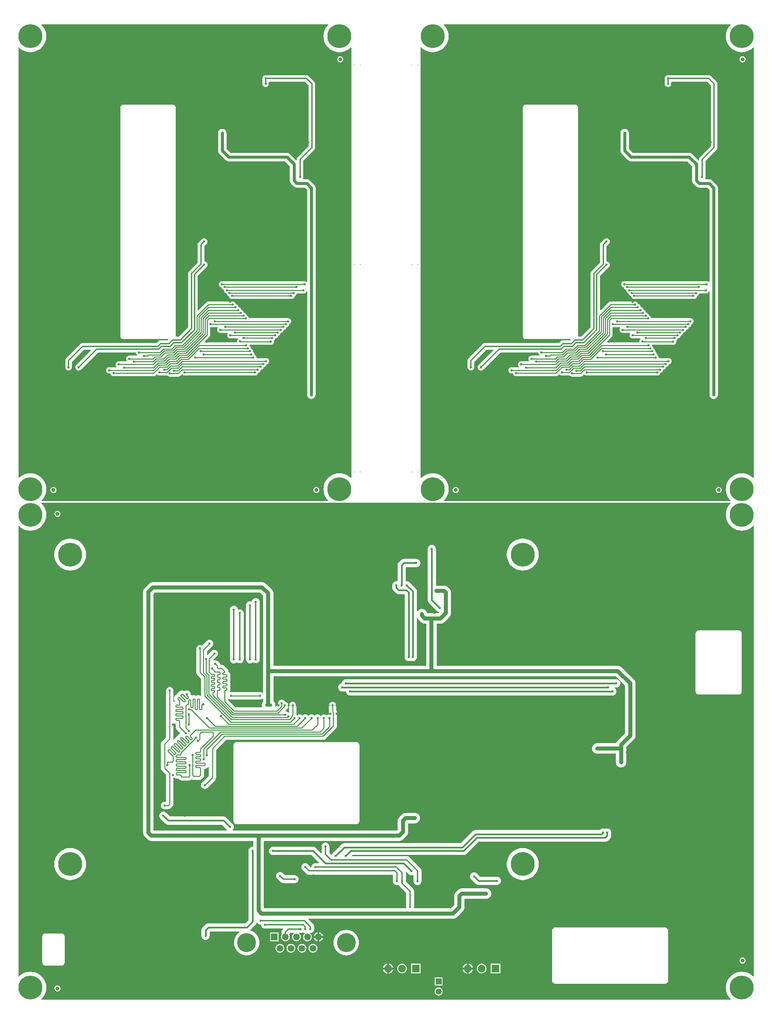
<source format=gtl>
G04 Layer_Physical_Order=1*
G04 Layer_Color=3162822*
%FSLAX44Y44*%
%MOMM*%
G71*
G01*
G75*
%ADD10C,1.0000*%
%ADD11C,1.0000*%
%ADD12C,0.4500*%
%ADD13C,0.2500*%
%ADD14C,0.3500*%
%ADD15C,0.8000*%
%ADD16C,0.2000*%
%ADD17C,0.3000*%
%ADD18R,1.9000X1.9000*%
%ADD19C,1.9000*%
%ADD20C,1.6900*%
%ADD21R,1.6900X1.6900*%
%ADD22C,4.7600*%
%ADD23C,1.5000*%
%ADD24R,1.5000X1.5000*%
%ADD25C,6.0000*%
%ADD26C,0.6000*%
G36*
X1790140Y1246808D02*
X1789628Y1246372D01*
X1785539Y1241584D01*
X1782249Y1236216D01*
X1779840Y1230399D01*
X1778370Y1224277D01*
X1777876Y1218000D01*
X1778370Y1211723D01*
X1779840Y1205601D01*
X1782249Y1199784D01*
X1785539Y1194416D01*
X1789628Y1189628D01*
X1794416Y1185539D01*
X1799784Y1182250D01*
X1805601Y1179840D01*
X1811723Y1178370D01*
X1818000Y1177876D01*
X1824277Y1178370D01*
X1830399Y1179840D01*
X1836216Y1182250D01*
X1841584Y1185539D01*
X1846372Y1189628D01*
X1846808Y1190140D01*
X1848000Y1189700D01*
Y60300D01*
X1846808Y59860D01*
X1846372Y60372D01*
X1841584Y64461D01*
X1836216Y67751D01*
X1830399Y70160D01*
X1824277Y71630D01*
X1818000Y72124D01*
X1811723Y71630D01*
X1805601Y70160D01*
X1799784Y67751D01*
X1794416Y64461D01*
X1789628Y60372D01*
X1785539Y55584D01*
X1782249Y50216D01*
X1779840Y44399D01*
X1778370Y38277D01*
X1777876Y32000D01*
X1778370Y25723D01*
X1779840Y19601D01*
X1782249Y13784D01*
X1785539Y8416D01*
X1789628Y3628D01*
X1790140Y3192D01*
X1789700Y2000D01*
X60300D01*
X59860Y3192D01*
X60372Y3628D01*
X64461Y8416D01*
X67751Y13784D01*
X70160Y19601D01*
X71630Y25723D01*
X72124Y32000D01*
X71630Y38277D01*
X70160Y44399D01*
X67751Y50216D01*
X64461Y55584D01*
X60372Y60372D01*
X55584Y64461D01*
X50216Y67751D01*
X44399Y70160D01*
X38277Y71630D01*
X32000Y72124D01*
X25723Y71630D01*
X19601Y70160D01*
X13784Y67751D01*
X8416Y64461D01*
X3628Y60372D01*
X3192Y59860D01*
X2000Y60300D01*
Y1189700D01*
X3192Y1190140D01*
X3628Y1189628D01*
X8416Y1185539D01*
X13784Y1182250D01*
X19601Y1179840D01*
X25723Y1178370D01*
X32000Y1177876D01*
X38277Y1178370D01*
X44399Y1179840D01*
X50216Y1182250D01*
X55584Y1185539D01*
X60372Y1189628D01*
X64461Y1194416D01*
X67751Y1199784D01*
X70160Y1205601D01*
X71630Y1211723D01*
X72124Y1218000D01*
X71630Y1224277D01*
X70160Y1230399D01*
X67751Y1236216D01*
X64461Y1241584D01*
X60372Y1246372D01*
X59860Y1246808D01*
X60300Y1248000D01*
X1789700D01*
X1790140Y1246808D01*
D02*
G37*
%LPC*%
G36*
X1127501Y92783D02*
X1126608Y92665D01*
X1123445Y91355D01*
X1120730Y89272D01*
X1118646Y86556D01*
X1117336Y83394D01*
X1117218Y82500D01*
X1127501D01*
Y92783D01*
D02*
G37*
G36*
X1132501D02*
Y82500D01*
X1142784D01*
X1142667Y83394D01*
X1141357Y86556D01*
X1139273Y89272D01*
X1136557Y91355D01*
X1133395Y92665D01*
X1132501Y92783D01*
D02*
G37*
G36*
X932501D02*
Y82500D01*
X942784D01*
X942667Y83394D01*
X941357Y86556D01*
X939273Y89272D01*
X936557Y91355D01*
X933395Y92665D01*
X932501Y92783D01*
D02*
G37*
G36*
X1212001Y92000D02*
X1188001D01*
Y68000D01*
X1212001D01*
Y92000D01*
D02*
G37*
G36*
X927501Y92783D02*
X926608Y92665D01*
X923445Y91355D01*
X920730Y89272D01*
X918646Y86556D01*
X917336Y83394D01*
X917218Y82500D01*
X927501D01*
Y92783D01*
D02*
G37*
G36*
X658450Y141845D02*
X655591Y141468D01*
X652928Y140365D01*
X650640Y138610D01*
X648885Y136322D01*
X647782Y133659D01*
X647405Y130800D01*
X647782Y127942D01*
X648885Y125278D01*
X650640Y122990D01*
X652928Y121235D01*
X655591Y120132D01*
X658450Y119755D01*
X661309Y120132D01*
X663972Y121235D01*
X666260Y122990D01*
X668015Y125278D01*
X669118Y127942D01*
X669494Y130800D01*
X669118Y133659D01*
X668015Y136322D01*
X666260Y138610D01*
X663972Y140365D01*
X661309Y141468D01*
X658450Y141845D01*
D02*
G37*
G36*
X686150D02*
X683291Y141468D01*
X680628Y140365D01*
X678340Y138610D01*
X676585Y136322D01*
X675482Y133659D01*
X675106Y130800D01*
X675482Y127942D01*
X676585Y125278D01*
X678340Y122990D01*
X680628Y121235D01*
X683291Y120132D01*
X686150Y119755D01*
X689008Y120132D01*
X691672Y121235D01*
X693960Y122990D01*
X695715Y125278D01*
X696818Y127942D01*
X697194Y130800D01*
X696818Y133659D01*
X695715Y136322D01*
X693960Y138610D01*
X691672Y140365D01*
X689008Y141468D01*
X686150Y141845D01*
D02*
G37*
G36*
X824950Y176898D02*
X819960Y176506D01*
X815093Y175337D01*
X810469Y173422D01*
X806201Y170806D01*
X802394Y167556D01*
X799144Y163749D01*
X796528Y159481D01*
X794613Y154857D01*
X793444Y149990D01*
X793052Y145000D01*
X793444Y140010D01*
X794613Y135143D01*
X796528Y130519D01*
X799144Y126251D01*
X802394Y122444D01*
X806201Y119194D01*
X810469Y116578D01*
X815093Y114663D01*
X819960Y113494D01*
X824950Y113102D01*
X829940Y113494D01*
X834807Y114663D01*
X839432Y116578D01*
X843699Y119194D01*
X847505Y122444D01*
X850756Y126251D01*
X853372Y130519D01*
X855287Y135143D01*
X856456Y140010D01*
X856848Y145000D01*
X856456Y149990D01*
X855287Y154857D01*
X853372Y159481D01*
X850756Y163749D01*
X847505Y167556D01*
X843699Y170806D01*
X839432Y173422D01*
X834807Y175337D01*
X829940Y176506D01*
X824950Y176898D01*
D02*
G37*
G36*
X110000Y168069D02*
X70000Y168069D01*
X67912Y167794D01*
X65965Y166988D01*
X64294Y165706D01*
X63012Y164035D01*
X62206Y162088D01*
X61931Y160000D01*
X61931Y95000D01*
X62206Y92912D01*
X63012Y90965D01*
X64294Y89294D01*
X65965Y88012D01*
X67912Y87206D01*
X70000Y86931D01*
X110000Y86931D01*
X112088Y87206D01*
X114035Y88012D01*
X115706Y89294D01*
X116988Y90965D01*
X117794Y92912D01*
X118069Y95000D01*
X118069Y160000D01*
X117794Y162088D01*
X116988Y164035D01*
X115706Y165706D01*
X114035Y166988D01*
X112088Y167794D01*
X110000Y168069D01*
D02*
G37*
G36*
X1820000Y107565D02*
X1818042Y107307D01*
X1816218Y106551D01*
X1814651Y105349D01*
X1813449Y103782D01*
X1812693Y101958D01*
X1812435Y100000D01*
X1812693Y98042D01*
X1813449Y96218D01*
X1814651Y94651D01*
X1816218Y93449D01*
X1818042Y92693D01*
X1820000Y92435D01*
X1821958Y92693D01*
X1823782Y93449D01*
X1825349Y94651D01*
X1826551Y96218D01*
X1827307Y98042D01*
X1827565Y100000D01*
X1827307Y101958D01*
X1826551Y103782D01*
X1825349Y105349D01*
X1823782Y106551D01*
X1821958Y107307D01*
X1820000Y107565D01*
D02*
G37*
G36*
X1012001Y92000D02*
X988001D01*
Y68000D01*
X1012001D01*
Y92000D01*
D02*
G37*
G36*
X1625000Y183069D02*
X1350000D01*
X1347912Y182794D01*
X1345966Y181988D01*
X1344294Y180706D01*
X1343012Y179035D01*
X1342206Y177088D01*
X1341931Y175000D01*
Y50000D01*
X1342206Y47912D01*
X1343012Y45965D01*
X1344294Y44294D01*
X1345966Y43012D01*
X1347912Y42206D01*
X1350000Y41931D01*
X1625000D01*
X1627088Y42206D01*
X1629034Y43012D01*
X1630706Y44294D01*
X1631988Y45965D01*
X1632794Y47912D01*
X1633069Y50000D01*
Y175000D01*
X1632794Y177088D01*
X1631988Y179035D01*
X1630706Y180706D01*
X1629034Y181988D01*
X1627088Y182794D01*
X1625000Y183069D01*
D02*
G37*
G36*
X927501Y77500D02*
X917218D01*
X917336Y76606D01*
X918646Y73444D01*
X920730Y70728D01*
X923445Y68644D01*
X926608Y67335D01*
X927501Y67217D01*
Y77500D01*
D02*
G37*
G36*
X1067000Y57700D02*
X1047000D01*
Y37700D01*
X1067000D01*
Y57700D01*
D02*
G37*
G36*
X1057000Y32386D02*
X1054389Y32043D01*
X1051957Y31035D01*
X1049868Y29432D01*
X1048265Y27343D01*
X1047257Y24911D01*
X1046914Y22300D01*
X1047257Y19690D01*
X1048265Y17257D01*
X1049868Y15168D01*
X1051957Y13565D01*
X1054389Y12557D01*
X1057000Y12214D01*
X1059611Y12557D01*
X1062043Y13565D01*
X1064132Y15168D01*
X1065735Y17257D01*
X1066743Y19690D01*
X1067086Y22300D01*
X1066743Y24911D01*
X1065735Y27343D01*
X1064132Y29432D01*
X1062043Y31035D01*
X1059611Y32043D01*
X1057000Y32386D01*
D02*
G37*
G36*
X100000Y37565D02*
X98042Y37307D01*
X96218Y36551D01*
X94651Y35349D01*
X93449Y33782D01*
X92693Y31958D01*
X92435Y30000D01*
X92693Y28042D01*
X93449Y26218D01*
X94651Y24651D01*
X96218Y23449D01*
X98042Y22693D01*
X100000Y22435D01*
X101958Y22693D01*
X103782Y23449D01*
X105349Y24651D01*
X106551Y26218D01*
X107307Y28042D01*
X107565Y30000D01*
X107307Y31958D01*
X106551Y33782D01*
X105349Y35349D01*
X103782Y36551D01*
X101958Y37307D01*
X100000Y37565D01*
D02*
G37*
G36*
X965000Y92104D02*
X961867Y91691D01*
X958948Y90482D01*
X956441Y88559D01*
X954518Y86052D01*
X953309Y83133D01*
X952896Y80000D01*
X953309Y76867D01*
X954518Y73948D01*
X956441Y71441D01*
X958948Y69518D01*
X961867Y68309D01*
X965000Y67896D01*
X968133Y68309D01*
X971052Y69518D01*
X973559Y71441D01*
X975482Y73948D01*
X976691Y76867D01*
X977104Y80000D01*
X976691Y83133D01*
X975482Y86052D01*
X973559Y88559D01*
X971052Y90482D01*
X968133Y91691D01*
X965000Y92104D01*
D02*
G37*
G36*
X1165000D02*
X1161867Y91691D01*
X1158948Y90482D01*
X1156441Y88559D01*
X1154518Y86052D01*
X1153309Y83133D01*
X1152896Y80000D01*
X1153309Y76867D01*
X1154518Y73948D01*
X1156441Y71441D01*
X1158948Y69518D01*
X1161867Y68309D01*
X1165000Y67896D01*
X1168133Y68309D01*
X1171052Y69518D01*
X1173559Y71441D01*
X1175482Y73948D01*
X1176691Y76867D01*
X1177104Y80000D01*
X1176691Y83133D01*
X1175482Y86052D01*
X1173559Y88559D01*
X1171052Y90482D01*
X1168133Y91691D01*
X1165000Y92104D01*
D02*
G37*
G36*
X1142784Y77500D02*
X1132501D01*
Y67217D01*
X1133395Y67335D01*
X1136557Y68644D01*
X1139273Y70728D01*
X1141357Y73444D01*
X1142667Y76606D01*
X1142784Y77500D01*
D02*
G37*
G36*
X942784D02*
X932501D01*
Y67217D01*
X933395Y67335D01*
X936557Y68644D01*
X939273Y70728D01*
X941357Y73444D01*
X942667Y76606D01*
X942784Y77500D01*
D02*
G37*
G36*
X1127501D02*
X1117218D01*
X1117336Y76606D01*
X1118646Y73444D01*
X1120730Y70728D01*
X1123445Y68644D01*
X1126608Y67335D01*
X1127501Y67217D01*
Y77500D01*
D02*
G37*
G36*
X713850Y141845D02*
X710992Y141468D01*
X708328Y140365D01*
X706040Y138610D01*
X704285Y136322D01*
X703182Y133659D01*
X702805Y130800D01*
X703182Y127942D01*
X704285Y125278D01*
X706040Y122990D01*
X708328Y121235D01*
X710992Y120132D01*
X713850Y119755D01*
X716709Y120132D01*
X719372Y121235D01*
X721660Y122990D01*
X723415Y125278D01*
X724518Y127942D01*
X724894Y130800D01*
X724518Y133659D01*
X723415Y136322D01*
X721660Y138610D01*
X719372Y140365D01*
X716709Y141468D01*
X713850Y141845D01*
D02*
G37*
G36*
X1810000Y928069D02*
X1710000D01*
X1707912Y927794D01*
X1705966Y926988D01*
X1704294Y925706D01*
X1703012Y924035D01*
X1702206Y922088D01*
X1701931Y920000D01*
Y775000D01*
X1702206Y772912D01*
X1703012Y770965D01*
X1704294Y769294D01*
X1705966Y768012D01*
X1707912Y767206D01*
X1710000Y766931D01*
X1810000D01*
X1812088Y767206D01*
X1814034Y768012D01*
X1815706Y769294D01*
X1816988Y770965D01*
X1817794Y772912D01*
X1818069Y775000D01*
Y920000D01*
X1817794Y922088D01*
X1816988Y924035D01*
X1815706Y925706D01*
X1814034Y926988D01*
X1812088Y927794D01*
X1810000Y928069D01*
D02*
G37*
G36*
X542999Y989832D02*
X540454Y989497D01*
X538082Y988515D01*
X536045Y986952D01*
X534482Y984915D01*
X533500Y982543D01*
X533165Y979998D01*
X533166Y979990D01*
Y855000D01*
X533501Y852455D01*
X534483Y850083D01*
X536046Y848046D01*
X538083Y846483D01*
X540455Y845501D01*
X543000Y845166D01*
X545545Y845501D01*
X547917Y846483D01*
X549874Y847985D01*
X550989Y848546D01*
X551045D01*
X553081Y846983D01*
X555453Y846001D01*
X557998Y845666D01*
X560544Y846001D01*
X562915Y846983D01*
X564952Y848546D01*
X566515Y850583D01*
X567497Y852955D01*
X567832Y855500D01*
Y970987D01*
X567834Y971000D01*
X567499Y973545D01*
X566517Y975917D01*
X564954Y977954D01*
X562917Y979517D01*
X560545Y980499D01*
X558000Y980834D01*
X555455Y980499D01*
X554104Y979940D01*
X553965Y979946D01*
X552735Y980747D01*
X552499Y982542D01*
X551517Y984914D01*
X549954Y986951D01*
X549954Y986951D01*
X549953Y986952D01*
X547916Y988515D01*
X545544Y989497D01*
X542999Y989832D01*
D02*
G37*
G36*
X850000Y648069D02*
X550000D01*
X547912Y647794D01*
X545965Y646988D01*
X544294Y645706D01*
X543012Y644035D01*
X542206Y642088D01*
X541931Y640000D01*
X541931Y450000D01*
X542206Y447912D01*
X543012Y445965D01*
X544294Y444294D01*
X545965Y443012D01*
X547912Y442206D01*
X550000Y441931D01*
X850000D01*
X852088Y442206D01*
X854035Y443012D01*
X855706Y444294D01*
X856988Y445965D01*
X857794Y447912D01*
X858069Y450000D01*
X858069Y640000D01*
X857794Y642088D01*
X856988Y644035D01*
X855706Y645706D01*
X854035Y646988D01*
X852088Y647794D01*
X850000Y648069D01*
D02*
G37*
G36*
X1503000Y805337D02*
X823998D01*
X821323Y804985D01*
X818829Y803952D01*
X816688Y802309D01*
X815045Y800168D01*
X814012Y797674D01*
X813682Y795165D01*
X812324Y794986D01*
X809831Y793953D01*
X807690Y792310D01*
X806047Y790169D01*
X805014Y787676D01*
X804662Y785000D01*
X805014Y782324D01*
X806047Y779831D01*
X807690Y777690D01*
X809831Y776047D01*
X812324Y775014D01*
X815000Y774662D01*
X824704D01*
X825012Y772323D01*
X826045Y769829D01*
X827688Y767688D01*
X829829Y766045D01*
X832322Y765012D01*
X834998Y764660D01*
X835010Y764662D01*
X1493000D01*
X1495676Y765014D01*
X1498169Y766047D01*
X1500310Y767690D01*
X1501953Y769831D01*
X1502986Y772324D01*
X1503338Y775000D01*
X1502986Y777676D01*
X1501953Y780169D01*
X1500310Y782310D01*
X1498904Y783390D01*
X1499335Y784660D01*
X1503000D01*
X1505676Y785012D01*
X1508170Y786045D01*
X1510311Y787688D01*
X1511954Y789829D01*
X1512986Y792323D01*
X1513339Y794998D01*
X1512986Y797674D01*
X1511954Y800168D01*
X1510311Y802309D01*
X1508170Y803952D01*
X1505676Y804985D01*
X1503000Y805337D01*
D02*
G37*
G36*
X1040000Y1142338D02*
X1037324Y1141986D01*
X1034831Y1140953D01*
X1032690Y1139310D01*
X1031047Y1137169D01*
X1030014Y1134676D01*
X1029662Y1132000D01*
Y1004000D01*
X1030014Y1001324D01*
X1031047Y998831D01*
X1032690Y996690D01*
X1052690Y976690D01*
X1054831Y975047D01*
X1057324Y974014D01*
X1057797Y973952D01*
X1058205Y972749D01*
X1056569Y971112D01*
X1027636D01*
X1027467Y972395D01*
X1026157Y975558D01*
X1024073Y978273D01*
X1021358Y980357D01*
X1018195Y981667D01*
X1014802Y982114D01*
X1011408Y981667D01*
X1008246Y980357D01*
X1005530Y978273D01*
X1003606Y975767D01*
X1002337Y975950D01*
Y1026002D01*
X1001984Y1028678D01*
X1000951Y1031171D01*
X999308Y1033312D01*
X984310Y1048310D01*
X982169Y1049953D01*
X979676Y1050986D01*
X977000Y1051338D01*
X975293Y1051114D01*
X974338Y1051951D01*
Y1086662D01*
X1001000D01*
X1003676Y1087014D01*
X1006169Y1088047D01*
X1008310Y1089690D01*
X1009953Y1091831D01*
X1010986Y1094324D01*
X1011338Y1097000D01*
X1010986Y1099676D01*
X1009953Y1102169D01*
X1008310Y1104310D01*
X1006169Y1105953D01*
X1003676Y1106986D01*
X1001000Y1107338D01*
X970000D01*
X967324Y1106986D01*
X964831Y1105953D01*
X962690Y1104310D01*
X956690Y1098310D01*
X955047Y1096169D01*
X954014Y1093676D01*
X953662Y1091000D01*
Y1051951D01*
X952707Y1051114D01*
X951000Y1051338D01*
X948324Y1050986D01*
X945831Y1049953D01*
X943690Y1048310D01*
X942047Y1046169D01*
X941014Y1043676D01*
X940662Y1041000D01*
Y1035000D01*
X941014Y1032324D01*
X942047Y1029831D01*
X943690Y1027690D01*
X949690Y1021690D01*
X951831Y1020047D01*
X954324Y1019014D01*
X957000Y1018662D01*
X971662D01*
Y861000D01*
X972014Y858324D01*
X973047Y855831D01*
X974690Y853690D01*
X976831Y852047D01*
X979324Y851014D01*
X982000Y850662D01*
X984676Y851014D01*
X986997Y851975D01*
X989322Y851012D01*
X991998Y850660D01*
X994674Y851012D01*
X997167Y852045D01*
X999308Y853688D01*
X1000951Y855829D01*
X1001984Y858323D01*
X1002337Y860998D01*
Y958096D01*
X1002785Y958318D01*
X1003606Y958437D01*
X1005530Y955930D01*
X1012730Y948730D01*
X1012730Y948730D01*
X1012731Y948728D01*
X1012731Y948728D01*
X1015447Y946645D01*
X1018610Y945335D01*
X1022003Y944888D01*
X1022003Y944888D01*
X1025888D01*
Y839112D01*
X642112D01*
Y1021000D01*
X642112Y1021000D01*
X641665Y1024394D01*
X640356Y1027556D01*
X638272Y1030272D01*
X623272Y1045272D01*
X620556Y1047355D01*
X617394Y1048665D01*
X614000Y1049112D01*
X614000Y1049112D01*
X339000D01*
X335606Y1048665D01*
X332444Y1047355D01*
X329728Y1045272D01*
X329728Y1045272D01*
X318728Y1034272D01*
X316644Y1031556D01*
X315335Y1028394D01*
X314888Y1025000D01*
X314888Y1025000D01*
Y421000D01*
X314888Y421000D01*
X315335Y417606D01*
X316644Y414444D01*
X318728Y411728D01*
X322728Y407728D01*
X322728Y407728D01*
X326728Y403728D01*
X326728Y403728D01*
X329444Y401645D01*
X332606Y400335D01*
X336000Y399888D01*
X591888D01*
Y386053D01*
X590933Y385216D01*
X590000Y385338D01*
X587324Y384986D01*
X584831Y383953D01*
X582690Y382310D01*
X581047Y380169D01*
X580014Y377676D01*
X579662Y375000D01*
Y201865D01*
X571135Y193338D01*
X479000D01*
X476324Y192986D01*
X473831Y191953D01*
X471690Y190310D01*
X464690Y183310D01*
X463047Y181169D01*
X462014Y178676D01*
X461662Y176000D01*
Y162000D01*
X462014Y159324D01*
X463047Y156831D01*
X464690Y154690D01*
X466831Y153047D01*
X469324Y152014D01*
X472000Y151662D01*
X474676Y152014D01*
X477169Y153047D01*
X479310Y154690D01*
X480953Y156831D01*
X481986Y159324D01*
X482338Y162000D01*
Y171718D01*
X483282Y172662D01*
X556989D01*
X557333Y171439D01*
X556301Y170806D01*
X552495Y167556D01*
X549244Y163749D01*
X546628Y159481D01*
X544713Y154857D01*
X543544Y149990D01*
X543152Y145000D01*
X543544Y140010D01*
X544713Y135143D01*
X546628Y130519D01*
X549244Y126251D01*
X552495Y122444D01*
X556301Y119194D01*
X560569Y116578D01*
X565193Y114663D01*
X570060Y113494D01*
X575050Y113102D01*
X580040Y113494D01*
X584907Y114663D01*
X589532Y116578D01*
X593799Y119194D01*
X597606Y122444D01*
X600856Y126251D01*
X603472Y130519D01*
X605387Y135143D01*
X606556Y140010D01*
X606948Y145000D01*
X606556Y149990D01*
X605387Y154857D01*
X603472Y159481D01*
X600856Y163749D01*
X597606Y167556D01*
X593799Y170806D01*
X589532Y173422D01*
X584907Y175337D01*
X584129Y175524D01*
X583784Y176746D01*
X597310Y190273D01*
X598953Y192414D01*
X599986Y194907D01*
X600033Y195265D01*
X601337Y195437D01*
X601483Y195083D01*
X603046Y193046D01*
X605083Y191483D01*
X607455Y190501D01*
X609908Y190178D01*
X611166Y190000D01*
X611501Y187455D01*
X612483Y185083D01*
X614046Y183046D01*
X616083Y181483D01*
X618455Y180501D01*
X621000Y180166D01*
X665599D01*
X666085Y178993D01*
X665346Y178254D01*
X663783Y176217D01*
X662801Y173845D01*
X662633Y172573D01*
X662466Y171300D01*
X662466Y171300D01*
Y164072D01*
X661632Y162059D01*
X661255Y159200D01*
X661632Y156341D01*
X662735Y153678D01*
X664490Y151390D01*
X666778Y149635D01*
X669442Y148532D01*
X672300Y148155D01*
X675158Y148532D01*
X677822Y149635D01*
X680110Y151390D01*
X681865Y153678D01*
X682968Y156341D01*
X683344Y159200D01*
X682968Y162059D01*
X682134Y164072D01*
Y167227D01*
X684073Y169166D01*
X692914D01*
X693345Y167896D01*
X692190Y167010D01*
X690435Y164722D01*
X689332Y162059D01*
X688956Y159200D01*
X689332Y156341D01*
X690435Y153678D01*
X692190Y151390D01*
X694478Y149635D01*
X697141Y148532D01*
X700000Y148155D01*
X702859Y148532D01*
X705522Y149635D01*
X707810Y151390D01*
X709565Y153678D01*
X710668Y156341D01*
X711044Y159200D01*
X710668Y162059D01*
X709565Y164722D01*
X707810Y167010D01*
X706655Y167896D01*
X707086Y169166D01*
X710000D01*
X712545Y169501D01*
X714917Y170483D01*
X716000Y171314D01*
X717083Y170483D01*
X719455Y169501D01*
X720817Y169322D01*
X721173Y167994D01*
X719890Y167010D01*
X718135Y164722D01*
X717032Y162059D01*
X716656Y159200D01*
X717032Y156341D01*
X718135Y153678D01*
X719890Y151390D01*
X722178Y149635D01*
X724842Y148532D01*
X727700Y148155D01*
X730558Y148532D01*
X733222Y149635D01*
X735510Y151390D01*
X737265Y153678D01*
X738368Y156341D01*
X738744Y159200D01*
X738368Y162059D01*
X737265Y164722D01*
X735510Y167010D01*
X734238Y167985D01*
X734741Y169200D01*
X735000Y169166D01*
X737545Y169501D01*
X739917Y170483D01*
X741954Y172046D01*
X743517Y174083D01*
X744499Y176455D01*
X744834Y179000D01*
Y185000D01*
X744834Y185000D01*
X744499Y187545D01*
X743517Y189917D01*
X741954Y191954D01*
X741954Y191954D01*
X730193Y203715D01*
X730679Y204888D01*
X1093000D01*
X1093000Y204888D01*
X1096394Y205335D01*
X1099556Y206644D01*
X1102272Y208728D01*
X1118272Y224728D01*
X1118272Y224728D01*
X1120356Y227444D01*
X1121665Y230606D01*
X1122112Y234000D01*
Y254888D01*
X1176000D01*
X1179394Y255335D01*
X1182556Y256644D01*
X1185272Y258728D01*
X1187355Y261444D01*
X1188665Y264606D01*
X1189112Y268000D01*
X1188665Y271394D01*
X1187355Y274556D01*
X1185272Y277272D01*
X1182556Y279356D01*
X1179394Y280665D01*
X1176000Y281112D01*
X1115000D01*
X1115000Y281112D01*
X1111606Y280665D01*
X1108444Y279356D01*
X1105728Y277272D01*
X1105728Y277272D01*
X1099728Y271272D01*
X1097645Y268556D01*
X1096335Y265394D01*
X1095888Y262000D01*
X1095888Y262000D01*
Y239431D01*
X1087569Y231112D01*
X995804D01*
X994925Y232382D01*
X995184Y234350D01*
Y273650D01*
X994849Y276195D01*
X993867Y278567D01*
X992304Y280604D01*
X992304Y280604D01*
X974834Y298073D01*
Y320000D01*
X974569Y322014D01*
X975772Y322607D01*
X981690Y316690D01*
X983831Y315047D01*
X986324Y314014D01*
X989000Y313662D01*
X991676Y314014D01*
X993110Y314608D01*
X994166Y313902D01*
Y299000D01*
X994501Y296455D01*
X995483Y294083D01*
X997046Y292046D01*
X999083Y290483D01*
X1001455Y289501D01*
X1004000Y289166D01*
X1006545Y289501D01*
X1008917Y290483D01*
X1010954Y292046D01*
X1012517Y294083D01*
X1013499Y296455D01*
X1013834Y299000D01*
Y325000D01*
X1013834Y325000D01*
X1013499Y327545D01*
X1012517Y329917D01*
X1010954Y331954D01*
X1010954Y331954D01*
X983954Y358954D01*
X981917Y360517D01*
X979545Y361499D01*
X978273Y361667D01*
X977000Y361834D01*
X977000Y361834D01*
X839518D01*
X839032Y363008D01*
X840686Y364662D01*
X1120000D01*
X1122676Y365014D01*
X1125169Y366047D01*
X1127310Y367690D01*
X1157282Y397662D01*
X1475000D01*
X1477676Y398014D01*
X1480169Y399047D01*
X1482310Y400690D01*
X1487310Y405689D01*
X1488953Y407831D01*
X1489986Y410324D01*
X1490338Y413000D01*
Y421000D01*
X1489986Y423676D01*
X1488953Y426169D01*
X1487310Y428310D01*
X1485169Y429953D01*
X1482676Y430986D01*
X1480000Y431338D01*
X1477324Y430986D01*
X1475000Y430023D01*
X1472676Y430986D01*
X1470000Y431338D01*
X1467324Y430986D01*
X1464831Y429953D01*
X1462690Y428310D01*
X1461718Y427338D01*
X1149272D01*
X1146596Y426986D01*
X1144103Y425953D01*
X1141962Y424310D01*
X1111990Y394338D01*
X820004D01*
X817328Y393986D01*
X814835Y392953D01*
X812693Y391310D01*
X791191Y369809D01*
X789548Y367667D01*
X788813Y365891D01*
X787342Y365565D01*
X782936Y369972D01*
Y386302D01*
X782601Y388847D01*
X781618Y391219D01*
X780056Y393256D01*
X778019Y394818D01*
X775647Y395801D01*
X773102Y396136D01*
X770557Y395801D01*
X768185Y394818D01*
X766148Y393256D01*
X764585Y391219D01*
X763603Y388847D01*
X763268Y386302D01*
Y369512D01*
X762094Y369026D01*
X748810Y382310D01*
X746669Y383953D01*
X744176Y384986D01*
X741500Y385338D01*
X641000D01*
X638324Y384986D01*
X635831Y383953D01*
X633690Y382310D01*
X632047Y380169D01*
X631014Y377676D01*
X630662Y375000D01*
X631014Y372324D01*
X632047Y369831D01*
X633690Y367690D01*
X635831Y366047D01*
X638324Y365014D01*
X641000Y364662D01*
X737218D01*
X756570Y345309D01*
X756084Y344136D01*
X747702D01*
X745157Y343801D01*
X742785Y342818D01*
X740748Y341256D01*
X739185Y339219D01*
X738203Y336847D01*
X737938Y334834D01*
X735677D01*
X729256Y341256D01*
X727219Y342818D01*
X724847Y343801D01*
X722302Y344136D01*
X719757Y343801D01*
X717385Y342818D01*
X715348Y341256D01*
X713785Y339219D01*
X712803Y336847D01*
X712468Y334302D01*
X712803Y331757D01*
X713785Y329385D01*
X715348Y327348D01*
X724650Y318046D01*
X724650Y318046D01*
X726687Y316483D01*
X729058Y315501D01*
X731604Y315166D01*
X942166D01*
Y299000D01*
X942501Y296455D01*
X943483Y294083D01*
X945046Y292046D01*
X947083Y290483D01*
X949455Y289501D01*
X952000Y289166D01*
X954545Y289501D01*
X956052Y290125D01*
X956483Y289083D01*
X958046Y287046D01*
X975516Y269576D01*
Y234350D01*
X975775Y232382D01*
X974896Y231112D01*
X618112D01*
Y399888D01*
X958000D01*
X958000Y399888D01*
X961394Y400335D01*
X964556Y401645D01*
X967272Y403728D01*
X976772Y413228D01*
X976772Y413228D01*
X978856Y415944D01*
X980165Y419106D01*
X980612Y422500D01*
Y443888D01*
X997000D01*
X1000394Y444335D01*
X1003556Y445644D01*
X1006272Y447728D01*
X1008355Y450444D01*
X1009665Y453606D01*
X1010112Y457000D01*
X1009665Y460394D01*
X1008355Y463556D01*
X1006272Y466272D01*
X1003556Y468355D01*
X1000394Y469665D01*
X997000Y470112D01*
X974000D01*
X970606Y469665D01*
X967444Y468355D01*
X964728Y466272D01*
X964728Y466272D01*
X958228Y459772D01*
X956144Y457056D01*
X954835Y453894D01*
X954388Y450500D01*
X954388Y450500D01*
Y427931D01*
X952569Y426112D01*
X540230D01*
X539822Y427315D01*
X540310Y427690D01*
X541953Y429831D01*
X542986Y432324D01*
X543338Y435000D01*
X542986Y437676D01*
X541953Y440169D01*
X540310Y442310D01*
X524310Y458310D01*
X522169Y459953D01*
X519676Y460986D01*
X517000Y461338D01*
X382282D01*
X373310Y470310D01*
X371169Y471953D01*
X368676Y472986D01*
X366000Y473338D01*
X363324Y472986D01*
X360831Y471953D01*
X358690Y470310D01*
X357047Y468169D01*
X356014Y465676D01*
X355662Y463000D01*
X356014Y460324D01*
X357047Y457831D01*
X358690Y455690D01*
X370690Y443690D01*
X372831Y442047D01*
X375324Y441014D01*
X378000Y440662D01*
X512718D01*
X525690Y427690D01*
X526178Y427315D01*
X525770Y426112D01*
X341431D01*
X341272Y426272D01*
X341272Y426272D01*
X341112Y426431D01*
Y1019569D01*
X344431Y1022888D01*
X608569D01*
X615888Y1015569D01*
Y826000D01*
Y771975D01*
X614618Y771349D01*
X613665Y772080D01*
X611415Y773012D01*
X609000Y773330D01*
X536000D01*
X533585Y773012D01*
X532999Y772769D01*
X532199Y773812D01*
X533080Y774960D01*
X534012Y777210D01*
X534330Y779625D01*
Y782375D01*
X534012Y784790D01*
X533303Y786500D01*
X534012Y788210D01*
X534330Y790625D01*
Y793375D01*
X534012Y795790D01*
X533303Y797500D01*
X534012Y799210D01*
X534330Y801625D01*
Y804375D01*
X534012Y806790D01*
X533303Y808500D01*
X534012Y810210D01*
X534330Y812625D01*
Y815375D01*
X534012Y817790D01*
X533080Y820040D01*
X531597Y821972D01*
X530222Y823347D01*
X529330Y824032D01*
Y825000D01*
X529012Y827415D01*
X528080Y829665D01*
X526597Y831597D01*
X519597Y838597D01*
X517665Y840080D01*
X515415Y841012D01*
X513000Y841330D01*
X509966D01*
X509080Y843468D01*
X507597Y845400D01*
X502401Y850597D01*
X500468Y852080D01*
X498218Y853012D01*
X495803Y853330D01*
X493389Y853012D01*
X492615Y852691D01*
X491208Y853483D01*
X491137Y853942D01*
X500597Y863403D01*
X502080Y865335D01*
X503012Y867585D01*
X503330Y870000D01*
X503012Y872415D01*
X502080Y874665D01*
X500597Y876597D01*
X498665Y878080D01*
X496415Y879012D01*
X494000Y879330D01*
X491585Y879012D01*
X489335Y878080D01*
X487403Y876597D01*
X476850Y866044D01*
X475580Y866570D01*
Y875385D01*
X488597Y888403D01*
X490080Y890335D01*
X491012Y892585D01*
X491330Y895000D01*
X491012Y897415D01*
X490080Y899665D01*
X488597Y901597D01*
X486665Y903080D01*
X484415Y904012D01*
X482000Y904330D01*
X479585Y904012D01*
X477335Y903080D01*
X475403Y901597D01*
X463355Y889550D01*
X462665Y890080D01*
X460415Y891012D01*
X458000Y891330D01*
X455585Y891012D01*
X453335Y890080D01*
X451403Y888597D01*
X449920Y886665D01*
X448988Y884415D01*
X448670Y882000D01*
Y823000D01*
X448988Y820585D01*
X449920Y818335D01*
X451403Y816403D01*
X460670Y807135D01*
Y764615D01*
X459880Y764102D01*
X459431Y763927D01*
X457290Y764814D01*
X454875Y765131D01*
X452125D01*
X449710Y764814D01*
X448000Y764105D01*
X446290Y764814D01*
X443875Y765131D01*
X441125D01*
X438710Y764814D01*
X438086Y764555D01*
X436614Y765320D01*
X436527Y765530D01*
X435044Y767463D01*
X434327Y768180D01*
X434330Y768202D01*
X434012Y770616D01*
X433080Y772867D01*
X431597Y774799D01*
X429665Y776282D01*
X427415Y777214D01*
X425000Y777531D01*
X422585Y777214D01*
X420335Y776282D01*
X419099Y775333D01*
X418440Y775840D01*
X416189Y776772D01*
X413775Y777089D01*
X411830D01*
X409415Y776772D01*
X407165Y775840D01*
X405233Y774357D01*
X403288Y772412D01*
X401806Y770480D01*
X401097Y768770D01*
X399387Y768061D01*
X397455Y766579D01*
X395510Y764634D01*
X394028Y762702D01*
X393096Y760452D01*
X392778Y758037D01*
Y756093D01*
X393096Y753678D01*
X394028Y751428D01*
X394711Y750537D01*
X394382Y749310D01*
X393710Y749032D01*
X392600Y748180D01*
X391330Y748806D01*
Y777000D01*
X391012Y779415D01*
X390080Y781665D01*
X388597Y783597D01*
X386665Y785080D01*
X384415Y786012D01*
X382000Y786330D01*
X379585Y786012D01*
X377335Y785080D01*
X375403Y783597D01*
X373920Y781665D01*
X372988Y779415D01*
X372670Y777000D01*
Y659865D01*
X362403Y649597D01*
X360920Y647665D01*
X359988Y645415D01*
X359670Y643000D01*
Y583000D01*
X359988Y580585D01*
X360920Y578335D01*
X362403Y576403D01*
X372670Y566135D01*
Y498330D01*
X369000D01*
X366585Y498012D01*
X364335Y497080D01*
X362403Y495597D01*
X360920Y493665D01*
X359988Y491415D01*
X359670Y489000D01*
X359988Y486585D01*
X360920Y484335D01*
X362403Y482403D01*
X364335Y480920D01*
X366585Y479988D01*
X369000Y479670D01*
X378000D01*
X380415Y479988D01*
X382665Y480920D01*
X384597Y482403D01*
X388597Y486403D01*
X390080Y488335D01*
X391012Y490585D01*
X391330Y493000D01*
Y558805D01*
X392600Y559331D01*
X392778Y559153D01*
X394710Y557670D01*
X396960Y556738D01*
X399375Y556420D01*
X403390D01*
X403403Y556403D01*
X405403Y554403D01*
X407335Y552920D01*
X409585Y551988D01*
X412000Y551670D01*
X430000D01*
X432415Y551988D01*
X434665Y552920D01*
X436597Y554403D01*
X436644Y554450D01*
X437335Y553920D01*
X439585Y552988D01*
X442000Y552670D01*
X456000D01*
X458415Y552988D01*
X460665Y553920D01*
X462597Y555403D01*
X465597Y558403D01*
X467080Y560335D01*
X468012Y562585D01*
X468330Y565000D01*
Y580420D01*
X469625D01*
X472040Y580738D01*
X474290Y581670D01*
X476222Y583153D01*
X477597Y584528D01*
X478400Y585574D01*
X479670Y585143D01*
Y562865D01*
X463004Y546199D01*
X461522Y544267D01*
X460590Y542016D01*
X460272Y539602D01*
X460590Y537187D01*
X461522Y534937D01*
X463004Y533004D01*
X464937Y531522D01*
X467187Y530590D01*
X469602Y530272D01*
X472016Y530590D01*
X474267Y531522D01*
X476199Y533004D01*
X495597Y552403D01*
X497080Y554335D01*
X498012Y556585D01*
X498330Y559000D01*
Y628135D01*
X523865Y653670D01*
X767000D01*
X769415Y653988D01*
X771665Y654920D01*
X773597Y656403D01*
X799347Y682153D01*
X800830Y684085D01*
X801762Y686335D01*
X802080Y688750D01*
Y721796D01*
X801762Y724211D01*
X800830Y726461D01*
X799830Y727764D01*
Y739800D01*
X799512Y742215D01*
X798580Y744465D01*
X797098Y746397D01*
X795165Y747880D01*
X792915Y748812D01*
X790500Y749130D01*
X788086Y748812D01*
X785835Y747880D01*
X783903Y746397D01*
X782421Y744465D01*
X781489Y742215D01*
X781171Y739800D01*
Y724045D01*
X781489Y721631D01*
X782421Y719381D01*
X783052Y718558D01*
X783047Y718458D01*
X782486Y717262D01*
X780585Y717012D01*
X778335Y716080D01*
X776903Y714981D01*
X776000Y714716D01*
X775097Y714981D01*
X773665Y716080D01*
X771415Y717012D01*
X769000Y717330D01*
X766585Y717012D01*
X764335Y716080D01*
X762403Y714597D01*
X761635Y713596D01*
X760365D01*
X759597Y714597D01*
X757665Y716080D01*
X755415Y717012D01*
X753000Y717330D01*
X750585Y717012D01*
X748335Y716080D01*
X746403Y714597D01*
X746134Y714247D01*
X744864D01*
X744596Y714596D01*
X742663Y716078D01*
X740413Y717010D01*
X737999Y717328D01*
X735584Y717010D01*
X733334Y716078D01*
X731401Y714596D01*
X730496Y713691D01*
X729229Y713774D01*
X728597Y714597D01*
X726665Y716080D01*
X724415Y717012D01*
X722000Y717330D01*
X719585Y717012D01*
X717335Y716080D01*
X715903Y714981D01*
X714597Y714597D01*
X712665Y716080D01*
X710415Y717012D01*
X708000Y717330D01*
X705585Y717012D01*
X703335Y716080D01*
X701500Y714672D01*
X699830Y715953D01*
Y739800D01*
X699512Y742215D01*
X698580Y744465D01*
X697098Y746397D01*
X695165Y747880D01*
X692915Y748812D01*
X690501Y749130D01*
X688086Y748812D01*
X685836Y747880D01*
X683904Y746397D01*
X682421Y744465D01*
X681489Y742215D01*
X681171Y739800D01*
Y722873D01*
X680030Y721827D01*
X679200Y721893D01*
X678597Y722678D01*
X676665Y724161D01*
X674415Y725093D01*
X672635Y725327D01*
X672179Y726668D01*
X677098Y731587D01*
X678580Y733519D01*
X679513Y735769D01*
X679830Y738184D01*
Y739800D01*
X679513Y742215D01*
X678580Y744465D01*
X677098Y746397D01*
X675166Y747880D01*
X672915Y748812D01*
X671348Y749018D01*
X671080Y749665D01*
X669597Y751597D01*
X667665Y753080D01*
X665415Y754012D01*
X663000Y754330D01*
X660585Y754012D01*
X658335Y753080D01*
X656403Y751597D01*
X654920Y749665D01*
X653988Y747415D01*
X653670Y745000D01*
Y741619D01*
X647880Y735829D01*
X647232Y735881D01*
X646414Y737198D01*
X646691Y737867D01*
X647104Y741000D01*
X646691Y744133D01*
X645482Y747052D01*
X643559Y749558D01*
X642112Y750668D01*
Y812888D01*
X1501569D01*
X1524888Y789569D01*
Y669431D01*
X1505728Y650272D01*
X1503645Y647556D01*
X1502632Y645112D01*
X1455000D01*
X1451606Y644665D01*
X1448444Y643355D01*
X1445728Y641272D01*
X1443645Y638556D01*
X1442335Y635394D01*
X1441888Y632000D01*
X1442335Y628606D01*
X1443645Y625444D01*
X1445728Y622728D01*
X1448444Y620644D01*
X1451606Y619335D01*
X1455000Y618888D01*
X1501888D01*
Y597000D01*
X1502335Y593606D01*
X1503645Y590444D01*
X1505728Y587728D01*
X1508444Y585644D01*
X1511606Y584335D01*
X1515000Y583888D01*
X1518394Y584335D01*
X1521556Y585644D01*
X1524272Y587728D01*
X1526355Y590444D01*
X1527665Y593606D01*
X1528112Y597000D01*
Y632000D01*
Y635569D01*
X1547272Y654728D01*
X1547272Y654728D01*
X1549355Y657444D01*
X1550665Y660606D01*
X1551112Y664000D01*
Y795000D01*
X1550665Y798394D01*
X1549355Y801556D01*
X1547272Y804272D01*
X1547272Y804272D01*
X1516272Y835272D01*
X1513556Y837355D01*
X1510394Y838665D01*
X1507000Y839112D01*
X1507000Y839112D01*
X1052112D01*
Y944888D01*
X1062000D01*
X1062000Y944888D01*
X1065394Y945335D01*
X1068556Y946645D01*
X1071272Y948728D01*
X1084272Y961728D01*
X1084272Y961728D01*
X1086356Y964444D01*
X1087665Y967606D01*
X1088112Y971000D01*
Y1023000D01*
X1087665Y1026394D01*
X1086356Y1029556D01*
X1084272Y1032272D01*
X1084272Y1032272D01*
X1080272Y1036272D01*
X1077556Y1038355D01*
X1074394Y1039665D01*
X1071000Y1040112D01*
X1071000Y1040112D01*
X1051750D01*
X1051293Y1040052D01*
X1050338Y1040889D01*
Y1132000D01*
X1049986Y1134676D01*
X1048953Y1137169D01*
X1047310Y1139310D01*
X1045169Y1140953D01*
X1042676Y1141986D01*
X1040000Y1142338D01*
D02*
G37*
G36*
X1268000Y1158124D02*
X1261723Y1157630D01*
X1255601Y1156160D01*
X1249784Y1153751D01*
X1244416Y1150461D01*
X1239629Y1146372D01*
X1235539Y1141584D01*
X1232250Y1136216D01*
X1229840Y1130399D01*
X1228371Y1124277D01*
X1227877Y1118000D01*
X1228371Y1111723D01*
X1229840Y1105601D01*
X1232250Y1099784D01*
X1235539Y1094416D01*
X1239629Y1089628D01*
X1244416Y1085539D01*
X1249784Y1082250D01*
X1255601Y1079840D01*
X1261723Y1078370D01*
X1268000Y1077876D01*
X1274277Y1078370D01*
X1280399Y1079840D01*
X1286216Y1082250D01*
X1291584Y1085539D01*
X1296372Y1089628D01*
X1300461Y1094416D01*
X1303751Y1099784D01*
X1306160Y1105601D01*
X1307630Y1111723D01*
X1308124Y1118000D01*
X1307630Y1124277D01*
X1306160Y1130399D01*
X1303751Y1136216D01*
X1300461Y1141584D01*
X1296372Y1146372D01*
X1291584Y1150461D01*
X1286216Y1153751D01*
X1280399Y1156160D01*
X1274277Y1157630D01*
X1268000Y1158124D01*
D02*
G37*
G36*
X100000Y1227565D02*
X98042Y1227307D01*
X96218Y1226551D01*
X94651Y1225349D01*
X93449Y1223782D01*
X92693Y1221958D01*
X92435Y1220000D01*
X92693Y1218042D01*
X93449Y1216218D01*
X94651Y1214651D01*
X96218Y1213449D01*
X98042Y1212693D01*
X100000Y1212435D01*
X101958Y1212693D01*
X103782Y1213449D01*
X105349Y1214651D01*
X106551Y1216218D01*
X107307Y1218042D01*
X107565Y1220000D01*
X107307Y1221958D01*
X106551Y1223782D01*
X105349Y1225349D01*
X103782Y1226551D01*
X101958Y1227307D01*
X100000Y1227565D01*
D02*
G37*
G36*
X598000Y1008834D02*
X595455Y1008499D01*
X593083Y1007517D01*
X591046Y1005954D01*
X591045Y1005952D01*
X589482Y1003915D01*
X588499Y1001544D01*
X588388Y1000696D01*
X587579Y1000059D01*
X587001Y999896D01*
X585545Y1000499D01*
X583000Y1000834D01*
X580455Y1000499D01*
X578083Y999517D01*
X576046Y997954D01*
X574483Y995917D01*
X573501Y993545D01*
X573166Y991000D01*
X573166Y991000D01*
Y855000D01*
X573501Y852455D01*
X574483Y850083D01*
X576046Y848046D01*
X578083Y846483D01*
X580455Y845501D01*
X583000Y845166D01*
X585545Y845501D01*
X587917Y846483D01*
X589874Y847985D01*
X590989Y848546D01*
X591045D01*
X593081Y846983D01*
X595453Y846001D01*
X597998Y845666D01*
X600544Y846001D01*
X602915Y846983D01*
X604952Y848546D01*
X606515Y850583D01*
X607497Y852955D01*
X607832Y855500D01*
Y998988D01*
X607834Y999000D01*
X607499Y1001545D01*
X606517Y1003917D01*
X604954Y1005954D01*
X602917Y1007517D01*
X600545Y1008499D01*
X598000Y1008834D01*
D02*
G37*
G36*
X132000Y1158124D02*
X125723Y1157630D01*
X119601Y1156160D01*
X113784Y1153751D01*
X108416Y1150461D01*
X103628Y1146372D01*
X99539Y1141584D01*
X96250Y1136216D01*
X93840Y1130399D01*
X92370Y1124277D01*
X91876Y1118000D01*
X92370Y1111723D01*
X93840Y1105601D01*
X96250Y1099784D01*
X99539Y1094416D01*
X103628Y1089628D01*
X108416Y1085539D01*
X113784Y1082250D01*
X119601Y1079840D01*
X125723Y1078370D01*
X132000Y1077876D01*
X138277Y1078370D01*
X144399Y1079840D01*
X150216Y1082250D01*
X155584Y1085539D01*
X160372Y1089628D01*
X164461Y1094416D01*
X167750Y1099784D01*
X170160Y1105601D01*
X171630Y1111723D01*
X172124Y1118000D01*
X171630Y1124277D01*
X170160Y1130399D01*
X167750Y1136216D01*
X164461Y1141584D01*
X160372Y1146372D01*
X155584Y1150461D01*
X150216Y1153751D01*
X144399Y1156160D01*
X138277Y1157630D01*
X132000Y1158124D01*
D02*
G37*
G36*
X1268000Y382124D02*
X1261723Y381630D01*
X1255601Y380160D01*
X1249784Y377751D01*
X1244416Y374461D01*
X1239629Y370372D01*
X1235539Y365584D01*
X1232250Y360216D01*
X1229840Y354399D01*
X1228371Y348277D01*
X1227877Y342000D01*
X1228371Y335723D01*
X1229840Y329601D01*
X1232250Y323784D01*
X1235539Y318416D01*
X1239629Y313628D01*
X1244416Y309539D01*
X1249784Y306250D01*
X1255601Y303840D01*
X1261723Y302370D01*
X1268000Y301876D01*
X1274277Y302370D01*
X1280399Y303840D01*
X1286216Y306250D01*
X1291584Y309539D01*
X1296372Y313628D01*
X1300461Y318416D01*
X1303751Y323784D01*
X1306160Y329601D01*
X1307630Y335723D01*
X1308124Y342000D01*
X1307630Y348277D01*
X1306160Y354399D01*
X1303751Y360216D01*
X1300461Y365584D01*
X1296372Y370372D01*
X1291584Y374461D01*
X1286216Y377751D01*
X1280399Y380160D01*
X1274277Y381630D01*
X1268000Y382124D01*
D02*
G37*
G36*
X655550Y170150D02*
X633650D01*
Y148250D01*
X655550D01*
Y170150D01*
D02*
G37*
G36*
X752900Y170924D02*
X752280Y170842D01*
X749373Y169638D01*
X746877Y167723D01*
X744962Y165227D01*
X743757Y162320D01*
X743676Y161700D01*
X752900D01*
Y170924D01*
D02*
G37*
G36*
X767124Y156700D02*
X757900D01*
Y147476D01*
X758520Y147558D01*
X761426Y148762D01*
X763923Y150677D01*
X765838Y153174D01*
X767042Y156080D01*
X767124Y156700D01*
D02*
G37*
G36*
X741550Y141845D02*
X738691Y141468D01*
X736028Y140365D01*
X733740Y138610D01*
X731985Y136322D01*
X730882Y133659D01*
X730506Y130800D01*
X730882Y127942D01*
X731985Y125278D01*
X733740Y122990D01*
X736028Y121235D01*
X738691Y120132D01*
X741550Y119755D01*
X744408Y120132D01*
X747072Y121235D01*
X749360Y122990D01*
X751115Y125278D01*
X752218Y127942D01*
X752595Y130800D01*
X752218Y133659D01*
X751115Y136322D01*
X749360Y138610D01*
X747072Y140365D01*
X744408Y141468D01*
X741550Y141845D01*
D02*
G37*
G36*
X752900Y156700D02*
X743676D01*
X743757Y156080D01*
X744962Y153174D01*
X746877Y150677D01*
X749373Y148762D01*
X752280Y147558D01*
X752900Y147476D01*
Y156700D01*
D02*
G37*
G36*
X757900Y170924D02*
Y161700D01*
X767124D01*
X767042Y162320D01*
X765838Y165227D01*
X763923Y167723D01*
X761426Y169638D01*
X758520Y170842D01*
X757900Y170924D01*
D02*
G37*
G36*
X132000Y382124D02*
X125723Y381630D01*
X119601Y380160D01*
X113784Y377751D01*
X108416Y374461D01*
X103628Y370372D01*
X99539Y365584D01*
X96250Y360216D01*
X93840Y354399D01*
X92370Y348277D01*
X91876Y342000D01*
X92370Y335723D01*
X93840Y329601D01*
X96250Y323784D01*
X99539Y318416D01*
X103628Y313628D01*
X108416Y309539D01*
X113784Y306250D01*
X119601Y303840D01*
X125723Y302370D01*
X132000Y301876D01*
X138277Y302370D01*
X144399Y303840D01*
X150216Y306250D01*
X155584Y309539D01*
X160372Y313628D01*
X164461Y318416D01*
X167750Y323784D01*
X170160Y329601D01*
X171630Y335723D01*
X172124Y342000D01*
X171630Y348277D01*
X170160Y354399D01*
X167750Y360216D01*
X164461Y365584D01*
X160372Y370372D01*
X155584Y374461D01*
X150216Y377751D01*
X144399Y380160D01*
X138277Y381630D01*
X132000Y382124D01*
D02*
G37*
G36*
X659000Y321834D02*
X656455Y321499D01*
X654083Y320517D01*
X652046Y318954D01*
X650483Y316917D01*
X649501Y314545D01*
X649166Y312000D01*
X649501Y309455D01*
X650483Y307083D01*
X652046Y305046D01*
X660046Y297046D01*
X660046Y297046D01*
X662083Y295483D01*
X664455Y294501D01*
X665727Y294333D01*
X667000Y294166D01*
X667000Y294166D01*
X696000D01*
X698545Y294501D01*
X700917Y295483D01*
X702954Y297046D01*
X704517Y299083D01*
X705499Y301455D01*
X705834Y304000D01*
X705499Y306545D01*
X704517Y308917D01*
X702954Y310954D01*
X700917Y312517D01*
X698545Y313499D01*
X696000Y313834D01*
X671073D01*
X665954Y318954D01*
X663917Y320517D01*
X661545Y321499D01*
X659000Y321834D01*
D02*
G37*
G36*
X1146000Y321338D02*
X1143324Y320986D01*
X1140831Y319953D01*
X1138690Y318310D01*
X1137047Y316169D01*
X1136014Y313676D01*
X1135662Y311000D01*
X1136014Y308324D01*
X1137047Y305831D01*
X1138690Y303690D01*
X1149690Y292690D01*
X1151831Y291047D01*
X1154324Y290014D01*
X1157000Y289662D01*
X1203000D01*
X1205676Y290014D01*
X1208169Y291047D01*
X1210310Y292690D01*
X1211953Y294831D01*
X1212986Y297324D01*
X1213338Y300000D01*
X1212986Y302676D01*
X1211953Y305169D01*
X1210310Y307310D01*
X1208169Y308953D01*
X1205676Y309986D01*
X1203000Y310338D01*
X1161282D01*
X1153310Y318310D01*
X1151169Y319953D01*
X1148676Y320986D01*
X1146000Y321338D01*
D02*
G37*
%LPD*%
G36*
X393710Y694372D02*
X395960Y693440D01*
X396670Y693346D01*
Y686000D01*
X396988Y683585D01*
X397920Y681335D01*
X399403Y679403D01*
X408636Y670170D01*
X408228Y668967D01*
X408145Y668956D01*
X405895Y668024D01*
X403963Y666542D01*
X402018Y664597D01*
X400535Y662665D01*
X399827Y660955D01*
X398117Y660246D01*
X396184Y658764D01*
X394240Y656819D01*
X392757Y654887D01*
X392328Y653850D01*
X391090Y654181D01*
X391330Y656000D01*
Y694598D01*
X392600Y695224D01*
X393710Y694372D01*
D02*
G37*
G36*
X615888Y756025D02*
Y748837D01*
X614518Y747052D01*
X613309Y744133D01*
X612896Y741000D01*
X613309Y737867D01*
X613923Y736386D01*
X613217Y735330D01*
X547220D01*
X529330Y753220D01*
Y755858D01*
X530600Y756484D01*
X531335Y755920D01*
X533585Y754988D01*
X536000Y754670D01*
X609000D01*
X611415Y754988D01*
X613665Y755920D01*
X614618Y756651D01*
X615888Y756025D01*
D02*
G37*
G36*
X1013407Y2389887D02*
X1013628Y2389628D01*
X1018416Y2385539D01*
X1023784Y2382250D01*
X1029601Y2379840D01*
X1035723Y2378371D01*
X1042000Y2377876D01*
X1048277Y2378371D01*
X1054399Y2379840D01*
X1060216Y2382250D01*
X1065584Y2385539D01*
X1070372Y2389628D01*
X1074461Y2394416D01*
X1077750Y2399784D01*
X1080160Y2405601D01*
X1081630Y2411723D01*
X1082124Y2418000D01*
X1081630Y2424277D01*
X1080160Y2430399D01*
X1077750Y2436216D01*
X1074461Y2441584D01*
X1070372Y2446372D01*
X1070113Y2446593D01*
X1070632Y2448000D01*
X1789368D01*
X1789887Y2446593D01*
X1789628Y2446372D01*
X1785539Y2441584D01*
X1782249Y2436216D01*
X1779840Y2430399D01*
X1778370Y2424277D01*
X1777876Y2418000D01*
X1778370Y2411723D01*
X1779840Y2405601D01*
X1782249Y2399784D01*
X1785539Y2394416D01*
X1789628Y2389628D01*
X1794416Y2385539D01*
X1799784Y2382250D01*
X1805601Y2379840D01*
X1811723Y2378371D01*
X1818000Y2377876D01*
X1824277Y2378371D01*
X1830399Y2379840D01*
X1836216Y2382250D01*
X1841584Y2385539D01*
X1846372Y2389628D01*
X1846593Y2389887D01*
X1848000Y2389368D01*
Y1310632D01*
X1846593Y1310113D01*
X1846372Y1310372D01*
X1841584Y1314461D01*
X1836216Y1317750D01*
X1830399Y1320160D01*
X1824277Y1321630D01*
X1818000Y1322124D01*
X1811723Y1321630D01*
X1805601Y1320160D01*
X1799784Y1317750D01*
X1794416Y1314461D01*
X1789628Y1310372D01*
X1785539Y1305584D01*
X1782249Y1300216D01*
X1779840Y1294399D01*
X1778370Y1288277D01*
X1777876Y1282000D01*
X1778370Y1275723D01*
X1779840Y1269601D01*
X1782249Y1263784D01*
X1785539Y1258416D01*
X1789628Y1253628D01*
X1789887Y1253407D01*
X1789368Y1252000D01*
X1070632D01*
X1070113Y1253407D01*
X1070372Y1253628D01*
X1074461Y1258416D01*
X1077750Y1263784D01*
X1080160Y1269601D01*
X1081630Y1275723D01*
X1082124Y1282000D01*
X1081630Y1288277D01*
X1080160Y1294399D01*
X1077750Y1300216D01*
X1074461Y1305584D01*
X1070372Y1310372D01*
X1065584Y1314461D01*
X1060216Y1317750D01*
X1054399Y1320160D01*
X1048277Y1321630D01*
X1042000Y1322124D01*
X1035723Y1321630D01*
X1029601Y1320160D01*
X1023784Y1317750D01*
X1018416Y1314461D01*
X1013628Y1310372D01*
X1013407Y1310113D01*
X1012000Y1310632D01*
Y2389368D01*
X1013407Y2389887D01*
D02*
G37*
%LPC*%
G36*
X1513409Y2175000D02*
Y2131000D01*
X1513770Y2128259D01*
X1514828Y2125704D01*
X1516511Y2123511D01*
X1532514Y2107509D01*
X1534707Y2105826D01*
X1537262Y2104768D01*
X1540003Y2104407D01*
X1680004D01*
X1681616D01*
X1693409Y2092613D01*
Y2056000D01*
X1693770Y2053259D01*
X1694828Y2050705D01*
X1696511Y2048511D01*
X1703512Y2041511D01*
X1705705Y2039828D01*
X1708259Y2038770D01*
X1711000Y2038409D01*
X1731613D01*
X1736808Y2033215D01*
Y1802323D01*
X1736145Y1801911D01*
X1735308Y1801696D01*
X1733909Y1802769D01*
X1732023Y1803550D01*
X1730000Y1803817D01*
X1523002D01*
X1520979Y1803550D01*
X1519093Y1802769D01*
X1517475Y1801527D01*
X1517473Y1801526D01*
X1516231Y1799907D01*
X1515450Y1798022D01*
X1515184Y1795999D01*
X1515450Y1793976D01*
X1516231Y1792090D01*
X1517473Y1790471D01*
X1519092Y1789229D01*
X1520978Y1788448D01*
X1522279Y1788277D01*
X1522450Y1786976D01*
X1523231Y1785090D01*
X1524473Y1783471D01*
X1526092Y1782229D01*
X1527978Y1781448D01*
X1528204Y1781153D01*
X1528184Y1780999D01*
X1528450Y1778976D01*
X1529231Y1777090D01*
X1530473Y1775471D01*
X1532092Y1774229D01*
X1533978Y1773448D01*
X1534261Y1773411D01*
X1534450Y1771977D01*
X1535231Y1770091D01*
X1536473Y1768472D01*
X1538092Y1767230D01*
X1539977Y1766449D01*
X1540261Y1766412D01*
X1540450Y1764977D01*
X1541230Y1763091D01*
X1542473Y1761472D01*
X1544092Y1760230D01*
X1545977Y1759449D01*
X1548000Y1759183D01*
X1698000D01*
X1700024Y1759449D01*
X1701909Y1760230D01*
X1703528Y1761472D01*
X1704770Y1763091D01*
X1705551Y1764977D01*
X1705772Y1766656D01*
X1707159Y1767230D01*
X1708778Y1768472D01*
X1710020Y1770091D01*
X1710801Y1771977D01*
X1710960Y1773182D01*
X1728000D01*
X1730023Y1773448D01*
X1731909Y1774229D01*
X1733528Y1775471D01*
X1734770Y1777090D01*
X1735308Y1778389D01*
X1736808Y1778090D01*
Y1519000D01*
X1737169Y1516259D01*
X1738227Y1513705D01*
X1739910Y1511511D01*
X1742103Y1509828D01*
X1744657Y1508770D01*
X1747398Y1508409D01*
X1750139Y1508770D01*
X1752694Y1509828D01*
X1754887Y1511511D01*
X1756570Y1513705D01*
X1757628Y1516259D01*
X1757989Y1519000D01*
Y2037602D01*
X1757628Y2040343D01*
X1756570Y2042897D01*
X1754887Y2045090D01*
X1743489Y2056488D01*
X1741295Y2058172D01*
X1738741Y2059230D01*
X1736000Y2059590D01*
X1726918D01*
X1726311Y2061091D01*
X1727038Y2062846D01*
X1727321Y2065000D01*
Y2105953D01*
X1754484Y2133116D01*
X1755806Y2134839D01*
X1756638Y2136846D01*
X1756921Y2139000D01*
Y2298400D01*
X1756638Y2300554D01*
X1755806Y2302560D01*
X1754484Y2304284D01*
X1740884Y2317884D01*
X1739161Y2319206D01*
X1737154Y2320038D01*
X1735000Y2320321D01*
X1633000D01*
X1630846Y2320038D01*
X1628840Y2319206D01*
X1627116Y2317884D01*
X1625794Y2316160D01*
X1624962Y2314154D01*
X1624679Y2312000D01*
Y2299000D01*
X1624962Y2296846D01*
X1625794Y2294839D01*
X1627116Y2293116D01*
X1628840Y2291794D01*
X1630846Y2290962D01*
X1633000Y2290679D01*
X1635154Y2290962D01*
X1637161Y2291794D01*
X1638884Y2293116D01*
X1640206Y2294839D01*
X1641038Y2296846D01*
X1641321Y2299000D01*
Y2303679D01*
X1731553D01*
X1740279Y2294953D01*
Y2142447D01*
X1713116Y2115284D01*
X1711794Y2113560D01*
X1710963Y2111554D01*
X1710679Y2109400D01*
Y2107258D01*
X1709293Y2106684D01*
X1693491Y2122486D01*
X1691298Y2124169D01*
X1688744Y2125227D01*
X1686003Y2125588D01*
X1680004D01*
X1544389D01*
X1534591Y2135387D01*
Y2175000D01*
X1534230Y2177741D01*
X1533172Y2180295D01*
X1531489Y2182489D01*
X1529295Y2184172D01*
X1526741Y2185230D01*
X1524000Y2185591D01*
X1521259Y2185230D01*
X1518705Y2184172D01*
X1516511Y2182489D01*
X1514828Y2180295D01*
X1513770Y2177741D01*
X1513409Y2175000D01*
D02*
G37*
G36*
X1752353Y1280000D02*
X1752935Y1277074D01*
X1754593Y1274593D01*
X1757074Y1272935D01*
X1760000Y1272353D01*
X1762926Y1272935D01*
X1765407Y1274593D01*
X1767065Y1277074D01*
X1767647Y1280000D01*
X1767065Y1282926D01*
X1765407Y1285407D01*
X1762926Y1287065D01*
X1760000Y1287647D01*
X1757074Y1287065D01*
X1754593Y1285407D01*
X1752935Y1282926D01*
X1752353Y1280000D01*
D02*
G37*
G36*
X1812353Y2360000D02*
X1812935Y2357074D01*
X1814593Y2354593D01*
X1817074Y2352935D01*
X1820000Y2352353D01*
X1822926Y2352935D01*
X1825407Y2354593D01*
X1827065Y2357074D01*
X1827647Y2360000D01*
X1827065Y2362926D01*
X1825407Y2365407D01*
X1822926Y2367065D01*
X1820000Y2367647D01*
X1817074Y2367065D01*
X1814593Y2365407D01*
X1812935Y2362926D01*
X1812353Y2360000D01*
D02*
G37*
G36*
X1092353Y1280000D02*
X1092935Y1277074D01*
X1094593Y1274593D01*
X1097074Y1272935D01*
X1100000Y1272353D01*
X1102926Y1272935D01*
X1105407Y1274593D01*
X1107065Y1277074D01*
X1107647Y1280000D01*
X1107065Y1282926D01*
X1105407Y1285407D01*
X1102926Y1287065D01*
X1100000Y1287647D01*
X1097074Y1287065D01*
X1094593Y1285407D01*
X1092935Y1282926D01*
X1092353Y1280000D01*
D02*
G37*
G36*
X1129679Y1604602D02*
Y1588000D01*
X1129962Y1585846D01*
X1130794Y1583839D01*
X1132116Y1582116D01*
X1133839Y1580793D01*
X1135846Y1579962D01*
X1138000Y1579679D01*
X1140154Y1579962D01*
X1142161Y1580793D01*
X1143884Y1582116D01*
X1145207Y1583839D01*
X1146038Y1585846D01*
X1146321Y1588000D01*
Y1601155D01*
X1177095Y1631929D01*
X1193598D01*
X1194172Y1630543D01*
X1157314Y1593686D01*
X1155992Y1591962D01*
X1155161Y1589955D01*
X1154877Y1587802D01*
X1155161Y1585648D01*
X1155992Y1583641D01*
X1157314Y1581918D01*
X1159038Y1580595D01*
X1161045Y1579764D01*
X1163198Y1579480D01*
X1165352Y1579764D01*
X1167359Y1580595D01*
X1169082Y1581918D01*
X1212093Y1624929D01*
X1307193D01*
X1307450Y1622977D01*
X1308230Y1621091D01*
X1309473Y1619473D01*
X1310794Y1618459D01*
X1310532Y1617196D01*
X1310403Y1616959D01*
X1290142D01*
X1288119Y1616693D01*
X1286234Y1615912D01*
X1284615Y1614669D01*
X1284473Y1614527D01*
X1283230Y1612908D01*
X1282450Y1611023D01*
X1282183Y1609000D01*
X1282450Y1606977D01*
X1283230Y1605091D01*
X1283825Y1604317D01*
X1283085Y1602817D01*
X1264000D01*
X1261977Y1602550D01*
X1260092Y1601770D01*
X1258473Y1600527D01*
X1257231Y1598908D01*
X1256450Y1597023D01*
X1256183Y1595000D01*
X1256450Y1592977D01*
X1257231Y1591091D01*
X1258473Y1589473D01*
X1258676Y1589317D01*
X1258167Y1587817D01*
X1240000D01*
X1237977Y1587550D01*
X1236092Y1586770D01*
X1234473Y1585527D01*
X1233231Y1583908D01*
X1232450Y1582023D01*
X1232183Y1580000D01*
X1232450Y1577977D01*
X1233231Y1576091D01*
X1234473Y1574473D01*
X1236092Y1573230D01*
X1237977Y1572449D01*
X1240000Y1572183D01*
X1243291D01*
X1243450Y1570977D01*
X1244230Y1569091D01*
X1245473Y1567473D01*
X1247092Y1566230D01*
X1248977Y1565449D01*
X1251000Y1565183D01*
X1351454D01*
X1353477Y1565449D01*
X1354258Y1565773D01*
X1355363Y1566230D01*
X1356982Y1567473D01*
X1359073Y1569564D01*
X1360473Y1569473D01*
X1362092Y1568230D01*
X1363977Y1567449D01*
X1366000Y1567183D01*
X1385071D01*
X1385849Y1567285D01*
X1386473Y1566472D01*
X1388092Y1565230D01*
X1389977Y1564449D01*
X1392000Y1564183D01*
X1413000D01*
X1415023Y1564449D01*
X1415804Y1564773D01*
X1416909Y1565230D01*
X1418528Y1566472D01*
X1421824Y1569769D01*
X1423321Y1569671D01*
X1423473Y1569473D01*
X1423473Y1569472D01*
X1425092Y1568230D01*
X1426978Y1567449D01*
X1429001Y1567182D01*
X1606001D01*
X1608024Y1567449D01*
X1609909Y1568230D01*
X1611528Y1569472D01*
X1612770Y1571091D01*
X1613551Y1572976D01*
X1613723Y1574278D01*
X1615023Y1574449D01*
X1616909Y1575230D01*
X1618528Y1576472D01*
X1619770Y1578091D01*
X1620551Y1579977D01*
X1620722Y1581278D01*
X1622023Y1581449D01*
X1623909Y1582230D01*
X1625527Y1583472D01*
X1626770Y1585091D01*
X1627551Y1586977D01*
X1627693Y1588057D01*
X1628773Y1588199D01*
X1629554Y1588523D01*
X1630659Y1588980D01*
X1632278Y1590222D01*
X1632527Y1590473D01*
X1633770Y1592091D01*
X1634551Y1593977D01*
X1634722Y1595277D01*
X1636024Y1595449D01*
X1637909Y1596230D01*
X1639528Y1597472D01*
X1640770Y1599091D01*
X1641551Y1600976D01*
X1641817Y1602999D01*
X1641551Y1605022D01*
X1640770Y1606908D01*
X1639528Y1608526D01*
X1637909Y1609769D01*
X1636024Y1610550D01*
X1634001Y1610816D01*
X1610799D01*
X1609810Y1611944D01*
X1609817Y1612000D01*
X1609551Y1614023D01*
X1608770Y1615908D01*
X1607527Y1617527D01*
X1605909Y1618770D01*
X1604720Y1619262D01*
X1604817Y1620000D01*
X1604551Y1622023D01*
X1603770Y1623908D01*
X1602527Y1625527D01*
X1600909Y1626770D01*
X1600668Y1626869D01*
X1600817Y1628000D01*
X1600551Y1630023D01*
X1599770Y1631908D01*
X1598528Y1633527D01*
X1596909Y1634769D01*
X1595786Y1635234D01*
X1595551Y1637023D01*
X1594770Y1638908D01*
X1593528Y1640527D01*
X1591957Y1641732D01*
X1591875Y1642130D01*
X1591798Y1642972D01*
X1592890Y1644183D01*
X1646000D01*
X1648023Y1644449D01*
X1649909Y1645230D01*
X1651528Y1646472D01*
X1652770Y1648091D01*
X1653551Y1649977D01*
X1653817Y1652000D01*
X1653551Y1654023D01*
X1653331Y1654554D01*
X1654528Y1655473D01*
X1654528Y1655473D01*
X1655770Y1657092D01*
X1656551Y1658977D01*
X1656710Y1660183D01*
X1657000D01*
X1659024Y1660450D01*
X1660909Y1661230D01*
X1662528Y1662473D01*
X1663770Y1664092D01*
X1664551Y1665977D01*
X1664740Y1667411D01*
X1665024Y1667449D01*
X1666909Y1668230D01*
X1668528Y1669472D01*
X1669770Y1671091D01*
X1670551Y1672976D01*
X1670723Y1674278D01*
X1672024Y1674449D01*
X1673909Y1675231D01*
X1675528Y1676473D01*
X1676770Y1678092D01*
X1677551Y1679977D01*
X1677722Y1681278D01*
X1679024Y1681449D01*
X1680909Y1682230D01*
X1682528Y1683473D01*
X1683770Y1685092D01*
X1684551Y1686977D01*
X1684722Y1688278D01*
X1686024Y1688450D01*
X1687909Y1689230D01*
X1689528Y1690473D01*
X1690770Y1692092D01*
X1691551Y1693977D01*
X1691772Y1695655D01*
X1693159Y1696230D01*
X1694778Y1697472D01*
X1696020Y1699091D01*
X1696801Y1700976D01*
X1697067Y1702999D01*
X1696801Y1705022D01*
X1696020Y1706908D01*
X1694778Y1708527D01*
X1693159Y1709769D01*
X1691274Y1710550D01*
X1689250Y1710816D01*
X1590710D01*
X1590551Y1712023D01*
X1589770Y1713908D01*
X1588528Y1715527D01*
X1586909Y1716770D01*
X1585023Y1717550D01*
X1584740Y1717588D01*
X1584551Y1719022D01*
X1583770Y1720907D01*
X1582528Y1722526D01*
X1580909Y1723768D01*
X1579024Y1724550D01*
X1577722Y1724721D01*
X1577551Y1726022D01*
X1576770Y1727907D01*
X1575528Y1729526D01*
X1573909Y1730768D01*
X1572024Y1731549D01*
X1571740Y1731587D01*
X1571551Y1733022D01*
X1570770Y1734907D01*
X1569528Y1736526D01*
X1567909Y1737769D01*
X1566024Y1738549D01*
X1564723Y1738721D01*
X1564551Y1740022D01*
X1563770Y1741907D01*
X1562528Y1743526D01*
X1560909Y1744769D01*
X1559024Y1745549D01*
X1557723Y1745721D01*
X1557551Y1747022D01*
X1556770Y1748907D01*
X1555528Y1750526D01*
X1553909Y1751768D01*
X1552024Y1752549D01*
X1550001Y1752816D01*
X1488999D01*
X1486976Y1752549D01*
X1485091Y1751768D01*
X1483472Y1750526D01*
X1463707Y1730762D01*
X1462321Y1731336D01*
Y1817052D01*
X1484384Y1839114D01*
X1485706Y1840838D01*
X1486538Y1842844D01*
X1486821Y1844998D01*
X1486538Y1847152D01*
X1485706Y1849159D01*
X1484384Y1850882D01*
X1482661Y1852204D01*
X1480654Y1853036D01*
X1478571Y1853310D01*
Y1891301D01*
X1484384Y1897114D01*
X1485706Y1898837D01*
X1486538Y1900844D01*
X1486821Y1902998D01*
X1486538Y1905152D01*
X1485706Y1907159D01*
X1484384Y1908882D01*
X1482661Y1910204D01*
X1480654Y1911036D01*
X1478500Y1911319D01*
X1476346Y1911036D01*
X1474339Y1910204D01*
X1472616Y1908882D01*
X1464366Y1900632D01*
X1463044Y1898909D01*
X1462212Y1896902D01*
X1461929Y1894748D01*
Y1850094D01*
X1441116Y1829282D01*
X1439794Y1827558D01*
X1438963Y1825551D01*
X1438679Y1823398D01*
Y1688346D01*
X1415153Y1664820D01*
X1406775D01*
X1406628Y1665000D01*
Y2240000D01*
X1406123Y2242536D01*
X1404686Y2244686D01*
X1402536Y2246123D01*
X1400000Y2246627D01*
X1275000D01*
X1272464Y2246123D01*
X1270314Y2244686D01*
X1268877Y2242536D01*
X1268373Y2240000D01*
Y1665000D01*
X1268877Y1662464D01*
X1270314Y1660314D01*
X1272464Y1658877D01*
X1275000Y1658372D01*
X1387432D01*
X1388006Y1656987D01*
X1386553Y1655534D01*
X1368814D01*
X1366660Y1655251D01*
X1364653Y1654419D01*
X1362930Y1653097D01*
X1358404Y1648571D01*
X1173648D01*
X1171495Y1648288D01*
X1169488Y1647456D01*
X1167764Y1646134D01*
X1132116Y1610486D01*
X1130794Y1608762D01*
X1129962Y1606755D01*
X1129679Y1604602D01*
D02*
G37*
%LPD*%
G36*
X1491027Y1663425D02*
X1492270Y1665044D01*
X1493051Y1666929D01*
X1493317Y1668952D01*
Y1687584D01*
X1494001Y1688183D01*
X1512086D01*
X1512825Y1686683D01*
X1512231Y1685909D01*
X1511450Y1684023D01*
X1511184Y1682000D01*
X1511450Y1679977D01*
X1512231Y1678092D01*
X1513473Y1676473D01*
X1515092Y1675231D01*
X1516977Y1674449D01*
X1519000Y1674183D01*
X1537086D01*
X1537825Y1672683D01*
X1537231Y1671909D01*
X1536450Y1670023D01*
X1536184Y1668000D01*
X1536450Y1665977D01*
X1537231Y1664092D01*
X1538473Y1662473D01*
X1540092Y1661230D01*
X1541977Y1660450D01*
X1544000Y1660183D01*
X1563167D01*
X1563676Y1658683D01*
X1563473Y1658527D01*
X1562231Y1656909D01*
X1561450Y1655023D01*
X1561184Y1653000D01*
X1561306Y1652067D01*
X1560087Y1650567D01*
X1480129D01*
X1479555Y1651953D01*
X1491027Y1663425D01*
D02*
G37*
G36*
X3407Y2389887D02*
X3628Y2389628D01*
X8416Y2385540D01*
X13784Y2382250D01*
X19601Y2379840D01*
X25723Y2378371D01*
X32000Y2377876D01*
X38277Y2378371D01*
X44399Y2379840D01*
X50216Y2382250D01*
X55584Y2385540D01*
X60372Y2389628D01*
X64461Y2394416D01*
X67750Y2399784D01*
X70160Y2405601D01*
X71630Y2411723D01*
X72124Y2418000D01*
X71630Y2424277D01*
X70160Y2430399D01*
X67750Y2436216D01*
X64461Y2441584D01*
X60372Y2446372D01*
X60113Y2446593D01*
X60633Y2448000D01*
X779368D01*
X779887Y2446593D01*
X779628Y2446372D01*
X775539Y2441584D01*
X772250Y2436216D01*
X769840Y2430399D01*
X768370Y2424277D01*
X767876Y2418000D01*
X768370Y2411723D01*
X769840Y2405601D01*
X772250Y2399784D01*
X775539Y2394416D01*
X779628Y2389628D01*
X784416Y2385540D01*
X789784Y2382250D01*
X795601Y2379840D01*
X801723Y2378371D01*
X808000Y2377876D01*
X814277Y2378371D01*
X820399Y2379840D01*
X826216Y2382250D01*
X831584Y2385540D01*
X836372Y2389628D01*
X836593Y2389887D01*
X838000Y2389368D01*
Y1310632D01*
X836593Y1310113D01*
X836372Y1310372D01*
X831584Y1314461D01*
X826216Y1317751D01*
X820399Y1320160D01*
X814277Y1321630D01*
X808000Y1322124D01*
X801723Y1321630D01*
X795601Y1320160D01*
X789784Y1317751D01*
X784416Y1314461D01*
X779628Y1310372D01*
X775539Y1305584D01*
X772250Y1300216D01*
X769840Y1294399D01*
X768370Y1288277D01*
X767876Y1282000D01*
X768370Y1275723D01*
X769840Y1269601D01*
X772250Y1263784D01*
X775539Y1258416D01*
X779628Y1253628D01*
X779887Y1253407D01*
X779368Y1252000D01*
X60632D01*
X60113Y1253407D01*
X60372Y1253628D01*
X64461Y1258416D01*
X67750Y1263784D01*
X70160Y1269601D01*
X71630Y1275723D01*
X72124Y1282000D01*
X71630Y1288277D01*
X70160Y1294399D01*
X67750Y1300216D01*
X64461Y1305584D01*
X60372Y1310372D01*
X55584Y1314461D01*
X50216Y1317751D01*
X44399Y1320160D01*
X38277Y1321630D01*
X32000Y1322124D01*
X25723Y1321630D01*
X19601Y1320160D01*
X13784Y1317751D01*
X8416Y1314461D01*
X3628Y1310372D01*
X3407Y1310113D01*
X2000Y1310632D01*
Y2389368D01*
X3407Y2389887D01*
D02*
G37*
%LPC*%
G36*
X503410Y2175000D02*
Y2131000D01*
X503770Y2128259D01*
X504828Y2125705D01*
X506511Y2123511D01*
X522514Y2107509D01*
X524707Y2105826D01*
X527262Y2104768D01*
X530003Y2104407D01*
X670004D01*
X671616D01*
X683410Y2092613D01*
Y2056000D01*
X683770Y2053259D01*
X684828Y2050705D01*
X686511Y2048511D01*
X693511Y2041511D01*
X695705Y2039828D01*
X698259Y2038770D01*
X701000Y2038409D01*
X721613D01*
X726808Y2033215D01*
Y1802323D01*
X726145Y1801911D01*
X725308Y1801696D01*
X723908Y1802769D01*
X722023Y1803550D01*
X720000Y1803817D01*
X513002D01*
X510979Y1803550D01*
X509093Y1802769D01*
X507475Y1801527D01*
X507473Y1801526D01*
X506231Y1799907D01*
X505450Y1798022D01*
X505184Y1795999D01*
X505450Y1793976D01*
X506231Y1792090D01*
X507473Y1790471D01*
X509092Y1789229D01*
X510978Y1788448D01*
X512279Y1788277D01*
X512450Y1786976D01*
X513231Y1785090D01*
X514473Y1783471D01*
X516092Y1782229D01*
X517978Y1781448D01*
X518204Y1781153D01*
X518184Y1780999D01*
X518450Y1778976D01*
X519231Y1777090D01*
X520473Y1775471D01*
X522092Y1774229D01*
X523978Y1773448D01*
X524261Y1773411D01*
X524450Y1771977D01*
X525230Y1770091D01*
X526473Y1768472D01*
X528092Y1767230D01*
X529977Y1766449D01*
X530261Y1766412D01*
X530450Y1764977D01*
X531231Y1763091D01*
X532473Y1761472D01*
X534092Y1760230D01*
X535977Y1759449D01*
X538000Y1759183D01*
X688000D01*
X690024Y1759449D01*
X691909Y1760230D01*
X693528Y1761472D01*
X694770Y1763091D01*
X695551Y1764977D01*
X695772Y1766656D01*
X697159Y1767230D01*
X698778Y1768472D01*
X700020Y1770091D01*
X700801Y1771977D01*
X700960Y1773182D01*
X718000D01*
X720023Y1773448D01*
X721909Y1774229D01*
X723528Y1775471D01*
X724770Y1777090D01*
X725308Y1778389D01*
X726808Y1778090D01*
Y1519000D01*
X727169Y1516259D01*
X728227Y1513705D01*
X729910Y1511511D01*
X732103Y1509828D01*
X734657Y1508770D01*
X737398Y1508409D01*
X740139Y1508770D01*
X742694Y1509828D01*
X744887Y1511511D01*
X746570Y1513705D01*
X747628Y1516259D01*
X747989Y1519000D01*
Y2037602D01*
X747628Y2040343D01*
X746570Y2042897D01*
X744887Y2045090D01*
X733489Y2056489D01*
X731295Y2058172D01*
X728741Y2059230D01*
X726000Y2059590D01*
X716917D01*
X716311Y2061091D01*
X717038Y2062846D01*
X717321Y2065000D01*
Y2105953D01*
X744484Y2133116D01*
X745806Y2134839D01*
X746638Y2136846D01*
X746921Y2139000D01*
Y2298400D01*
X746638Y2300554D01*
X745806Y2302560D01*
X744484Y2304284D01*
X730884Y2317884D01*
X729161Y2319206D01*
X727154Y2320038D01*
X725000Y2320321D01*
X623000D01*
X620846Y2320038D01*
X618839Y2319206D01*
X617116Y2317884D01*
X615794Y2316160D01*
X614962Y2314154D01*
X614679Y2312000D01*
Y2299000D01*
X614962Y2296846D01*
X615794Y2294839D01*
X617116Y2293116D01*
X618839Y2291794D01*
X620846Y2290962D01*
X623000Y2290679D01*
X625154Y2290962D01*
X627161Y2291794D01*
X628884Y2293116D01*
X630206Y2294839D01*
X631038Y2296846D01*
X631321Y2299000D01*
Y2303679D01*
X721553D01*
X730279Y2294953D01*
Y2142447D01*
X703116Y2115284D01*
X701794Y2113561D01*
X700963Y2111554D01*
X700679Y2109400D01*
Y2107258D01*
X699293Y2106684D01*
X683491Y2122486D01*
X681298Y2124169D01*
X678744Y2125227D01*
X676003Y2125588D01*
X670004D01*
X534389D01*
X524591Y2135387D01*
Y2175000D01*
X524230Y2177741D01*
X523172Y2180295D01*
X521489Y2182489D01*
X519295Y2184172D01*
X516741Y2185230D01*
X514000Y2185591D01*
X511259Y2185230D01*
X508705Y2184172D01*
X506511Y2182489D01*
X504828Y2180295D01*
X503770Y2177741D01*
X503410Y2175000D01*
D02*
G37*
G36*
X742353Y1280000D02*
X742935Y1277074D01*
X744593Y1274593D01*
X747074Y1272935D01*
X750000Y1272353D01*
X752926Y1272935D01*
X755407Y1274593D01*
X757065Y1277074D01*
X757647Y1280000D01*
X757065Y1282926D01*
X755407Y1285407D01*
X752926Y1287065D01*
X750000Y1287647D01*
X747074Y1287065D01*
X744593Y1285407D01*
X742935Y1282926D01*
X742353Y1280000D01*
D02*
G37*
G36*
X802353Y2360000D02*
X802935Y2357074D01*
X804593Y2354593D01*
X807074Y2352935D01*
X810000Y2352353D01*
X812926Y2352935D01*
X815407Y2354593D01*
X817065Y2357074D01*
X817647Y2360000D01*
X817065Y2362926D01*
X815407Y2365407D01*
X812926Y2367065D01*
X810000Y2367647D01*
X807074Y2367065D01*
X804593Y2365407D01*
X802935Y2362926D01*
X802353Y2360000D01*
D02*
G37*
G36*
X82353Y1280000D02*
X82935Y1277074D01*
X84593Y1274593D01*
X87074Y1272935D01*
X90000Y1272353D01*
X92927Y1272935D01*
X95407Y1274593D01*
X97065Y1277074D01*
X97647Y1280000D01*
X97065Y1282926D01*
X95407Y1285407D01*
X92927Y1287065D01*
X90000Y1287647D01*
X87074Y1287065D01*
X84593Y1285407D01*
X82935Y1282926D01*
X82353Y1280000D01*
D02*
G37*
G36*
X119679Y1604602D02*
Y1588000D01*
X119962Y1585846D01*
X120794Y1583839D01*
X122116Y1582116D01*
X123840Y1580793D01*
X125846Y1579962D01*
X128000Y1579679D01*
X130154Y1579962D01*
X132161Y1580793D01*
X133884Y1582116D01*
X135206Y1583839D01*
X136038Y1585846D01*
X136321Y1588000D01*
Y1601155D01*
X167095Y1631929D01*
X183598D01*
X184172Y1630543D01*
X147314Y1593686D01*
X145992Y1591962D01*
X145161Y1589955D01*
X144877Y1587802D01*
X145161Y1585648D01*
X145992Y1583641D01*
X147314Y1581918D01*
X149038Y1580595D01*
X151045Y1579764D01*
X153198Y1579480D01*
X155352Y1579764D01*
X157359Y1580595D01*
X159082Y1581918D01*
X202093Y1624929D01*
X297193D01*
X297450Y1622977D01*
X298230Y1621091D01*
X299473Y1619473D01*
X300794Y1618459D01*
X300532Y1617196D01*
X300403Y1616959D01*
X280142D01*
X278119Y1616693D01*
X276234Y1615912D01*
X274615Y1614669D01*
X274473Y1614527D01*
X273230Y1612908D01*
X272450Y1611023D01*
X272183Y1609000D01*
X272450Y1606977D01*
X273230Y1605091D01*
X273825Y1604317D01*
X273085Y1602817D01*
X254000D01*
X251977Y1602550D01*
X250092Y1601770D01*
X248473Y1600527D01*
X247230Y1598908D01*
X246450Y1597023D01*
X246183Y1595000D01*
X246450Y1592977D01*
X247230Y1591091D01*
X248473Y1589473D01*
X248676Y1589317D01*
X248167Y1587817D01*
X230000D01*
X227977Y1587550D01*
X226092Y1586770D01*
X224473Y1585527D01*
X223230Y1583908D01*
X222450Y1582023D01*
X222183Y1580000D01*
X222450Y1577977D01*
X223230Y1576091D01*
X224473Y1574473D01*
X226092Y1573230D01*
X227977Y1572449D01*
X230000Y1572183D01*
X233291D01*
X233450Y1570977D01*
X234230Y1569091D01*
X235473Y1567473D01*
X237092Y1566230D01*
X238977Y1565449D01*
X241000Y1565183D01*
X341454D01*
X343477Y1565449D01*
X344258Y1565773D01*
X345363Y1566230D01*
X346982Y1567473D01*
X349073Y1569564D01*
X350473Y1569473D01*
X352092Y1568230D01*
X353977Y1567449D01*
X356000Y1567183D01*
X375071D01*
X375849Y1567285D01*
X376473Y1566472D01*
X378092Y1565230D01*
X379977Y1564449D01*
X382000Y1564183D01*
X403000D01*
X405023Y1564449D01*
X405804Y1564773D01*
X406908Y1565230D01*
X408527Y1566472D01*
X411824Y1569769D01*
X413321Y1569671D01*
X413473Y1569473D01*
X413473Y1569472D01*
X415092Y1568230D01*
X416978Y1567449D01*
X419001Y1567182D01*
X596001D01*
X598024Y1567449D01*
X599909Y1568230D01*
X601528Y1569472D01*
X602770Y1571091D01*
X603551Y1572976D01*
X603722Y1574278D01*
X605023Y1574449D01*
X606908Y1575230D01*
X608527Y1576472D01*
X609770Y1578091D01*
X610551Y1579977D01*
X610722Y1581278D01*
X612023Y1581449D01*
X613909Y1582230D01*
X615527Y1583472D01*
X616770Y1585091D01*
X617551Y1586977D01*
X617693Y1588057D01*
X618773Y1588199D01*
X619554Y1588523D01*
X620659Y1588980D01*
X622277Y1590222D01*
X622528Y1590473D01*
X623770Y1592092D01*
X624551Y1593977D01*
X624722Y1595277D01*
X626024Y1595449D01*
X627909Y1596230D01*
X629528Y1597472D01*
X630770Y1599091D01*
X631551Y1600976D01*
X631817Y1602999D01*
X631551Y1605022D01*
X630770Y1606908D01*
X629528Y1608527D01*
X627909Y1609769D01*
X626024Y1610550D01*
X624001Y1610816D01*
X600799D01*
X599810Y1611944D01*
X599817Y1612000D01*
X599551Y1614023D01*
X598770Y1615908D01*
X597528Y1617527D01*
X595909Y1618770D01*
X594720Y1619262D01*
X594817Y1620000D01*
X594551Y1622023D01*
X593770Y1623908D01*
X592528Y1625527D01*
X590909Y1626770D01*
X590668Y1626869D01*
X590817Y1628000D01*
X590551Y1630023D01*
X589770Y1631908D01*
X588527Y1633527D01*
X586909Y1634769D01*
X585786Y1635234D01*
X585551Y1637023D01*
X584770Y1638908D01*
X583527Y1640527D01*
X581957Y1641732D01*
X581875Y1642130D01*
X581798Y1642972D01*
X582890Y1644183D01*
X636000D01*
X638023Y1644449D01*
X639908Y1645230D01*
X641527Y1646472D01*
X642770Y1648091D01*
X643551Y1649977D01*
X643817Y1652000D01*
X643551Y1654023D01*
X643331Y1654554D01*
X644528Y1655473D01*
X644528Y1655473D01*
X645770Y1657092D01*
X646551Y1658977D01*
X646710Y1660183D01*
X647000D01*
X649024Y1660450D01*
X650909Y1661230D01*
X652528Y1662473D01*
X653770Y1664092D01*
X654551Y1665977D01*
X654740Y1667411D01*
X655024Y1667449D01*
X656909Y1668230D01*
X658528Y1669472D01*
X659770Y1671091D01*
X660551Y1672976D01*
X660723Y1674278D01*
X662024Y1674450D01*
X663909Y1675231D01*
X665528Y1676473D01*
X666770Y1678092D01*
X667551Y1679977D01*
X667722Y1681278D01*
X669024Y1681449D01*
X670909Y1682231D01*
X672528Y1683473D01*
X673770Y1685092D01*
X674551Y1686977D01*
X674722Y1688278D01*
X676024Y1688450D01*
X677909Y1689230D01*
X679528Y1690473D01*
X680770Y1692092D01*
X681551Y1693977D01*
X681772Y1695655D01*
X683159Y1696230D01*
X684778Y1697472D01*
X686020Y1699091D01*
X686801Y1700976D01*
X687067Y1702999D01*
X686801Y1705022D01*
X686020Y1706908D01*
X684778Y1708527D01*
X683159Y1709769D01*
X681274Y1710550D01*
X679250Y1710816D01*
X580709D01*
X580551Y1712023D01*
X579770Y1713908D01*
X578527Y1715527D01*
X576908Y1716770D01*
X575023Y1717550D01*
X574740Y1717588D01*
X574551Y1719022D01*
X573770Y1720907D01*
X572528Y1722526D01*
X570909Y1723769D01*
X569024Y1724550D01*
X567723Y1724721D01*
X567551Y1726022D01*
X566770Y1727907D01*
X565528Y1729526D01*
X563909Y1730768D01*
X562024Y1731550D01*
X561740Y1731587D01*
X561551Y1733022D01*
X560770Y1734907D01*
X559528Y1736526D01*
X557909Y1737769D01*
X556024Y1738549D01*
X554723Y1738721D01*
X554551Y1740022D01*
X553770Y1741907D01*
X552528Y1743526D01*
X550909Y1744769D01*
X549024Y1745549D01*
X547723Y1745721D01*
X547551Y1747022D01*
X546770Y1748907D01*
X545528Y1750526D01*
X543909Y1751768D01*
X542024Y1752549D01*
X540001Y1752816D01*
X478999D01*
X476976Y1752549D01*
X475091Y1751768D01*
X473472Y1750526D01*
X453707Y1730762D01*
X452321Y1731336D01*
Y1817052D01*
X474384Y1839114D01*
X475706Y1840838D01*
X476538Y1842844D01*
X476821Y1844998D01*
X476538Y1847152D01*
X475706Y1849159D01*
X474384Y1850882D01*
X472660Y1852204D01*
X470654Y1853036D01*
X468571Y1853310D01*
Y1891301D01*
X474384Y1897114D01*
X475706Y1898837D01*
X476538Y1900844D01*
X476821Y1902998D01*
X476538Y1905152D01*
X475706Y1907159D01*
X474384Y1908882D01*
X472660Y1910204D01*
X470654Y1911036D01*
X468500Y1911319D01*
X466346Y1911036D01*
X464339Y1910204D01*
X462616Y1908882D01*
X454366Y1900632D01*
X453044Y1898909D01*
X452212Y1896902D01*
X451929Y1894748D01*
Y1850094D01*
X431116Y1829282D01*
X429794Y1827558D01*
X428962Y1825551D01*
X428679Y1823398D01*
Y1688346D01*
X405153Y1664820D01*
X396775D01*
X396628Y1665000D01*
Y2240000D01*
X396123Y2242536D01*
X394686Y2244686D01*
X392536Y2246123D01*
X390000Y2246627D01*
X265000D01*
X262464Y2246123D01*
X260314Y2244686D01*
X258877Y2242536D01*
X258373Y2240000D01*
Y1665000D01*
X258877Y1662464D01*
X260314Y1660314D01*
X262464Y1658877D01*
X265000Y1658373D01*
X377432D01*
X378006Y1656987D01*
X376553Y1655534D01*
X358814D01*
X356660Y1655251D01*
X354653Y1654419D01*
X352930Y1653097D01*
X348404Y1648571D01*
X163648D01*
X161495Y1648288D01*
X159488Y1647456D01*
X157764Y1646134D01*
X122116Y1610486D01*
X120794Y1608762D01*
X119962Y1606755D01*
X119679Y1604602D01*
D02*
G37*
%LPD*%
G36*
X481027Y1663425D02*
X482270Y1665044D01*
X483050Y1666929D01*
X483317Y1668952D01*
Y1687584D01*
X484000Y1688183D01*
X502085D01*
X502825Y1686683D01*
X502231Y1685909D01*
X501450Y1684023D01*
X501184Y1682000D01*
X501450Y1679977D01*
X502231Y1678092D01*
X503473Y1676473D01*
X505092Y1675231D01*
X506977Y1674450D01*
X509000Y1674183D01*
X527085D01*
X527825Y1672683D01*
X527231Y1671909D01*
X526450Y1670023D01*
X526184Y1668000D01*
X526450Y1665977D01*
X527231Y1664092D01*
X528473Y1662473D01*
X530092Y1661230D01*
X531977Y1660450D01*
X534000Y1660183D01*
X553167D01*
X553676Y1658683D01*
X553473Y1658527D01*
X552231Y1656909D01*
X551450Y1655023D01*
X551184Y1653000D01*
X551306Y1652067D01*
X550087Y1650567D01*
X470129D01*
X469555Y1651953D01*
X481027Y1663425D01*
D02*
G37*
D10*
X1820000Y100000D02*
D03*
X100000Y30000D02*
D03*
Y1220000D02*
D03*
X1820000Y2360000D02*
D03*
X1760000Y1280000D02*
D03*
X1100000D02*
D03*
X810000Y2360000D02*
D03*
X750000Y1280000D02*
D03*
X90000D02*
D03*
D11*
X654000Y218000D02*
X1093000D01*
X336000Y413000D02*
X367000D01*
X612000Y218000D02*
X654000D01*
X605000Y225000D02*
X612000Y218000D01*
X605000Y225000D02*
Y413000D01*
X1014802Y965202D02*
Y969002D01*
Y965202D02*
X1022002Y958002D01*
X1039000Y958000D02*
X1062000D01*
X1022003D02*
X1039000D01*
X1062000D02*
X1075000Y971000D01*
X1058500Y1027000D02*
X1066000D01*
X1051750D02*
X1058500D01*
X1066000D02*
X1071000D01*
X1075000Y1023000D01*
X1039000Y826000D02*
Y958000D01*
X1075000Y971000D02*
Y1023000D01*
X1022002Y958002D02*
X1022003Y958000D01*
X1109000Y262000D02*
X1115000Y268000D01*
X1109000Y234000D02*
Y262000D01*
X1115000Y268000D02*
X1176000D01*
X1093000Y218000D02*
X1109000Y234000D01*
X629000Y750000D02*
Y826000D01*
X1507000D02*
X1538000Y795000D01*
X1469000Y632000D02*
X1515000D01*
X1455000D02*
X1456000D01*
X1469000D01*
X629000Y826000D02*
X1039000D01*
X1507000D01*
X1515000Y597000D02*
Y632000D01*
Y641000D01*
X1538000Y664000D01*
Y795000D01*
X328000Y1025000D02*
X339000Y1036000D01*
X614000D02*
X629000Y1021000D01*
Y826000D02*
Y1021000D01*
X503000Y1036000D02*
X614000D01*
X339000D02*
X485000D01*
X494000D01*
X503000D01*
X974000Y457000D02*
X997000D01*
X967500Y450500D02*
X974000Y457000D01*
X605000Y413000D02*
X958000D01*
X967500Y422500D01*
Y450500D01*
X367000Y413000D02*
X375000D01*
X605000D01*
X328000Y421000D02*
Y1025000D01*
Y421000D02*
X332000Y417000D01*
X336000Y413000D01*
X629000Y742000D02*
Y750000D01*
D12*
X590000Y197583D02*
Y375000D01*
X575417Y183000D02*
X590000Y197583D01*
X479000Y183000D02*
X575417D01*
X472000Y176000D02*
X479000Y183000D01*
X472000Y162000D02*
Y176000D01*
X1040000Y1004000D02*
Y1132000D01*
Y1004000D02*
X1060000Y984000D01*
X982000Y861000D02*
Y1023272D01*
X964000Y1041000D02*
Y1091000D01*
X823998Y794998D02*
X1503000D01*
X835000Y775000D02*
X1493000D01*
X834998Y774998D02*
X835000Y775000D01*
X815000Y785000D02*
X1482000D01*
X798502Y362498D02*
X820004Y384000D01*
X1116272D01*
X1149272Y417000D01*
X1466000D01*
X1470000Y421000D01*
X1480000Y413000D02*
Y421000D01*
X1475000Y408000D02*
X1480000Y413000D01*
X1153000Y408000D02*
X1475000D01*
X969500Y343500D02*
X989000Y324000D01*
X970000Y1097000D02*
X1001000D01*
X964000Y1091000D02*
X970000Y1097000D01*
X976272Y1029000D02*
X982000Y1023272D01*
X951000Y1035000D02*
Y1041000D01*
X957000Y1029000D02*
X976272D01*
X951000Y1035000D02*
X957000Y1029000D01*
X977000Y1041000D02*
X991998Y1026002D01*
Y860998D02*
Y1026002D01*
X1120000Y375000D02*
X1153000Y408000D01*
X836404Y375000D02*
X1120000D01*
X823902Y362498D02*
X836404Y375000D01*
X1157000Y300000D02*
X1203000D01*
X1146000Y311000D02*
X1157000Y300000D01*
X773000Y343500D02*
X969500D01*
X741500Y375000D02*
X773000Y343500D01*
X641000Y375000D02*
X741500D01*
X856000Y908000D02*
Y936000D01*
Y908000D02*
X861000Y903000D01*
X882000D01*
X366000Y463000D02*
X378000Y451000D01*
X517000D01*
X533000Y435000D01*
X1696598Y1570598D02*
Y1580402D01*
X1653000Y1624000D01*
X1680000Y1651000D01*
Y1654000D01*
X1696598Y1637402D02*
X1680000Y1654000D01*
X1696598Y1580402D02*
Y1637402D01*
X686598Y1570598D02*
Y1580402D01*
X643000Y1624000D01*
X670000Y1651000D01*
Y1654000D01*
X686598Y1637402D02*
X670000Y1654000D01*
X686598Y1580402D02*
Y1637402D01*
D13*
X495803Y844000D02*
X501000Y838803D01*
X473000Y822142D02*
Y856000D01*
X466250Y821821D02*
Y879250D01*
X473000Y822142D02*
X480000Y815142D01*
X466250Y821821D02*
X475000Y813071D01*
X466250Y879250D02*
X482000Y895000D01*
X481000Y857000D02*
X494000Y870000D01*
X481000Y823000D02*
Y857000D01*
X465802Y742802D02*
X466000Y743000D01*
X463125Y742802D02*
X465802D01*
X461750Y741427D02*
X463125Y742802D01*
X461750Y731177D02*
Y741427D01*
X460375Y729802D02*
X461750Y731177D01*
X457625Y729802D02*
X460375D01*
X456250Y731177D02*
X457625Y729802D01*
X456250Y731177D02*
Y754427D01*
X454875Y755802D02*
X456250Y754427D01*
X452125Y755802D02*
X454875D01*
X450750Y754427D02*
X452125Y755802D01*
X450750Y731177D02*
Y754427D01*
X449375Y729802D02*
X450750Y731177D01*
X446625Y729802D02*
X449375D01*
X445250Y731177D02*
X446625Y729802D01*
X445250Y731177D02*
Y754427D01*
X443875Y755802D02*
X445250Y754427D01*
X441125Y755802D02*
X443875D01*
X439750Y754427D02*
X441125Y755802D01*
X439750Y736375D02*
Y754427D01*
X438375Y735000D02*
X439750Y736375D01*
X435625Y735000D02*
X438375D01*
X434250Y736375D02*
X435625Y735000D01*
X434250Y736375D02*
Y752153D01*
X432875Y753528D02*
X434250Y752153D01*
X430125Y753528D02*
X432875D01*
X428750Y752153D02*
X430125Y753528D01*
X428750Y744177D02*
Y752153D01*
X427375Y742802D02*
X428750Y744177D01*
X426000Y742802D02*
X427375D01*
X422000Y738802D02*
X426000Y742802D01*
X422000Y684000D02*
Y738802D01*
Y684000D02*
X430000Y676000D01*
X475000Y615000D02*
Y629000D01*
X514000Y668000D01*
X410000Y621000D02*
X448000Y659000D01*
X410000Y616625D02*
Y621000D01*
X387625Y598250D02*
X389807Y600432D01*
Y612639D01*
X447000Y678000D02*
X739000D01*
X433364Y664364D02*
X447000Y678000D01*
X433364Y662419D02*
Y664364D01*
Y662419D02*
X437884Y657899D01*
Y655955D02*
Y657899D01*
X435939Y654010D02*
X437884Y655955D01*
X433995Y654010D02*
X435939D01*
X424982Y663023D02*
X433995Y654010D01*
X423038Y663023D02*
X424982D01*
X421093Y661078D02*
X423038Y663023D01*
X421093Y659134D02*
Y661078D01*
Y659134D02*
X430106Y650121D01*
Y648177D02*
Y650121D01*
X428161Y646232D02*
X430106Y648177D01*
X426217Y646232D02*
X428161D01*
X412504Y659945D02*
X426217Y646232D01*
X410560Y659945D02*
X412504D01*
X408615Y658000D02*
X410560Y659945D01*
X408615Y656056D02*
Y658000D01*
Y656056D02*
X422328Y642343D01*
Y640398D02*
Y642343D01*
X420383Y638454D02*
X422328Y640398D01*
X418438Y638454D02*
X420383D01*
X404726Y652166D02*
X418438Y638454D01*
X402782Y652166D02*
X404726D01*
X400837Y650222D02*
X402782Y652166D01*
X400837Y648277D02*
Y650222D01*
Y648277D02*
X414549Y634565D01*
Y632620D02*
Y634565D01*
X412605Y630676D02*
X414549Y632620D01*
X410660Y630676D02*
X412605D01*
X396948Y644388D02*
X410660Y630676D01*
X395003Y644388D02*
X396948D01*
X393059Y642444D02*
X395003Y644388D01*
X393059Y640499D02*
Y642444D01*
Y640499D02*
X406771Y626787D01*
Y624842D02*
Y626787D01*
X404827Y622898D02*
X406771Y624842D01*
X402882Y622898D02*
X404827D01*
X389170Y636610D02*
X402882Y622898D01*
X387225Y636610D02*
X389170D01*
X385281Y634665D02*
X387225Y636610D01*
X385281Y632721D02*
Y634665D01*
Y632721D02*
X396556Y621446D01*
Y619502D02*
Y621446D01*
X394611Y617557D02*
X396556Y619502D01*
X392667Y617557D02*
X394611D01*
X381392Y628832D02*
X392667Y617557D01*
X379447Y628832D02*
X381392D01*
X377503Y626887D02*
X379447Y628832D01*
X377503Y624943D02*
Y626887D01*
Y624943D02*
X389807Y612639D01*
X377375Y598250D02*
X387625D01*
X376000Y596875D02*
X377375Y598250D01*
X376000Y590000D02*
Y596875D01*
X408625Y615250D02*
X410000Y616625D01*
X399375Y615250D02*
X408625D01*
X398000Y613875D02*
X399375Y615250D01*
X398000Y611125D02*
Y613875D01*
Y611125D02*
X399375Y609750D01*
X420625D01*
X422000Y608375D01*
Y605625D02*
Y608375D01*
X420625Y604250D02*
X422000Y605625D01*
X399375Y604250D02*
X420625D01*
X398000Y602875D02*
X399375Y604250D01*
X398000Y600125D02*
Y602875D01*
Y600125D02*
X399375Y598750D01*
X420625D01*
X422000Y597375D01*
Y594625D02*
Y597375D01*
X420625Y593250D02*
X422000Y594625D01*
X399375Y593250D02*
X420625D01*
X398000Y591875D02*
X399375Y593250D01*
X398000Y589125D02*
Y591875D01*
Y589125D02*
X399375Y587750D01*
X420625D01*
X422000Y586375D01*
Y583625D02*
Y586375D01*
X420625Y582250D02*
X422000Y583625D01*
X399375Y582250D02*
X420625D01*
X398000Y580875D02*
X399375Y582250D01*
X398000Y578125D02*
Y580875D01*
Y578125D02*
X399375Y576750D01*
X420625D01*
X422000Y575375D01*
Y572625D02*
Y575375D01*
X420625Y571250D02*
X422000Y572625D01*
X399375Y571250D02*
X420625D01*
X398000Y569875D02*
X399375Y571250D01*
X398000Y567125D02*
Y569875D01*
Y567125D02*
X399375Y565750D01*
X408625D01*
X410000Y564375D01*
Y563000D02*
Y564375D01*
Y563000D02*
X412000Y561000D01*
X430000D01*
X431999Y562999D01*
Y589999D01*
X442000Y562000D02*
X456000D01*
X438999Y565001D02*
X442000Y562000D01*
X438999Y565001D02*
Y615999D01*
X456000Y562000D02*
X459000Y565000D01*
Y582875D01*
X457625Y584250D02*
X459000Y582875D01*
X448375Y584250D02*
X457625D01*
X447000Y585625D02*
X448375Y584250D01*
X447000Y585625D02*
Y588375D01*
X448375Y589750D01*
X469625D01*
X471000Y591125D01*
Y593875D01*
X469625Y595250D02*
X471000Y593875D01*
X448375Y595250D02*
X469625D01*
X447000Y596625D02*
X448375Y595250D01*
X447000Y596625D02*
Y599375D01*
X448375Y600750D01*
X457625D01*
X459000Y602125D01*
Y604875D01*
X457625Y606250D02*
X459000Y604875D01*
X448375Y606250D02*
X457625D01*
X447000Y607625D02*
X448375Y606250D01*
X447000Y607625D02*
Y610375D01*
X448375Y611750D01*
X457625D01*
X459000Y613125D01*
Y615875D01*
X457625Y617250D02*
X459000Y615875D01*
X448375Y617250D02*
X457625D01*
X447000Y618625D02*
X448375Y617250D01*
X447000Y618625D02*
Y621375D01*
X448375Y622750D01*
X457625D01*
X459000Y624125D01*
Y631000D01*
X491000Y663000D02*
Y671000D01*
X489000Y673000D02*
X491000Y671000D01*
X461000Y673000D02*
X489000D01*
X453000Y651000D02*
X457000Y655000D01*
Y669000D02*
X461000Y673000D01*
X457000Y655000D02*
Y669000D01*
X459000Y631000D02*
X491000Y663000D01*
X467250Y630796D02*
X509454Y673000D01*
X467250Y604250D02*
Y630796D01*
X402108Y756093D02*
X406000Y752200D01*
Y742327D02*
Y752200D01*
Y686000D02*
X422000Y670000D01*
X406000Y686000D02*
Y701077D01*
X404625Y702452D02*
X406000Y701077D01*
X398375Y702452D02*
X404625D01*
X397000Y703827D02*
X398375Y702452D01*
X397000Y703827D02*
Y706577D01*
X398375Y707952D01*
X413625D01*
X415000Y709327D01*
Y712077D01*
X413625Y713452D02*
X415000Y712077D01*
X398375Y713452D02*
X413625D01*
X397000Y714827D02*
X398375Y713452D01*
X397000Y714827D02*
Y717577D01*
X398375Y718952D01*
X413625D01*
X415000Y720327D01*
Y723077D01*
X413625Y724452D02*
X415000Y723077D01*
X398375Y724452D02*
X413625D01*
X397000Y725827D02*
X398375Y724452D01*
X397000Y725827D02*
Y728577D01*
X398375Y729952D01*
X413625D01*
X415000Y731327D01*
Y734077D01*
X413625Y735452D02*
X415000Y734077D01*
X398375Y735452D02*
X413625D01*
X397000Y736827D02*
X398375Y735452D01*
X397000Y736827D02*
Y739577D01*
X398375Y740952D01*
X404625D01*
X406000Y742327D01*
X402108Y756093D02*
Y758037D01*
X404052Y759982D01*
X405997D01*
X416780Y749198D01*
X418724D01*
X420669Y751143D01*
Y753087D01*
X409886Y763871D02*
X420669Y753087D01*
X409886Y763871D02*
Y765815D01*
X411830Y767760D01*
X413775D01*
X424558Y756976D01*
X426503D01*
X428447Y758921D01*
Y760865D01*
X424028Y765285D02*
X428447Y760865D01*
X424028Y765285D02*
Y767229D01*
X425000Y768202D01*
X530000Y693000D02*
X693000D01*
X510000Y713000D02*
X530000Y693000D01*
X482000Y683000D02*
X713000D01*
X435000Y730000D02*
X482000Y683000D01*
X430000Y730000D02*
X435000D01*
X514000Y668000D02*
X764000D01*
X509454Y673000D02*
X759000D01*
X496000Y688000D02*
X702000D01*
X476000Y708000D02*
X496000Y688000D01*
X688250Y710704D02*
Y713250D01*
X681877Y704331D02*
X688250Y710704D01*
X536740Y704331D02*
X681877D01*
X475000Y766071D02*
X536740Y704331D01*
X677331Y709331D02*
X680000Y712000D01*
X538811Y709331D02*
X677331D01*
X480000Y768142D02*
X538811Y709331D01*
X671919Y716000D02*
X672000Y716081D01*
X539213Y716000D02*
X671919D01*
X490000Y765213D02*
X539213Y716000D01*
X670501Y738184D02*
Y739800D01*
X653317Y721000D02*
X670501Y738184D01*
X541284Y721000D02*
X653317D01*
X501000Y761284D02*
X541284Y721000D01*
X663000Y737754D02*
Y745000D01*
X651246Y726000D02*
X663000Y737754D01*
X543355Y726000D02*
X651246D01*
X520000Y749355D02*
X543355Y726000D01*
X685000Y698000D02*
X695000Y708000D01*
X536000Y698000D02*
X685000D01*
X470000Y764000D02*
X536000Y698000D01*
X693000Y693000D02*
X708000Y708000D01*
X702000Y688000D02*
X722000Y708000D01*
X713000Y683000D02*
X737999Y707999D01*
X739000Y678000D02*
X753000Y692000D01*
X759000Y673000D02*
X769000Y683000D01*
X764000Y668000D02*
X783000Y687000D01*
X767000Y663000D02*
X792750Y688750D01*
X520000Y663000D02*
X767000D01*
X489000Y632000D02*
X520000Y663000D01*
X688250Y713250D02*
X690501Y715501D01*
Y739800D01*
X430000Y692000D02*
Y717402D01*
X469602Y539602D02*
X489000Y559000D01*
Y632000D01*
X520000Y749355D02*
Y776875D01*
X521375Y778250D01*
X523625D01*
X525000Y779625D01*
Y782375D01*
X523625Y783750D02*
X525000Y782375D01*
X516375Y783750D02*
X523625D01*
X515000Y785125D02*
X516375Y783750D01*
X515000Y785125D02*
Y787875D01*
X516375Y789250D01*
X523625D01*
X525000Y790625D01*
Y793375D01*
X523625Y794750D02*
X525000Y793375D01*
X516375Y794750D02*
X523625D01*
X515000Y796125D02*
X516375Y794750D01*
X515000Y796125D02*
Y798875D01*
X516375Y800250D01*
X523625D01*
X525000Y801625D01*
Y804375D01*
X523625Y805750D02*
X525000Y804375D01*
X516375Y805750D02*
X523625D01*
X515000Y807125D02*
X516375Y805750D01*
X515000Y807125D02*
Y809875D01*
X516375Y811250D01*
X523625D01*
X525000Y812625D01*
Y815375D01*
X523625Y816750D02*
X525000Y815375D01*
X516375Y816750D02*
X523625D01*
X515000Y818125D02*
X516375Y816750D01*
X515000Y818125D02*
Y820875D01*
X516375Y822250D01*
X518625D01*
X520000Y823625D01*
Y825000D01*
X513000Y832000D02*
X520000Y825000D01*
X504000Y832000D02*
X513000D01*
X501000Y835000D02*
X504000Y832000D01*
X501000Y835000D02*
Y838803D01*
X496250Y823750D02*
X506375D01*
X488000Y832000D02*
X496250Y823750D01*
X501000Y761284D02*
Y776625D01*
X502625Y778250D01*
X506375D01*
X508000Y779875D01*
Y783125D01*
X506375Y784750D02*
X508000Y783125D01*
X502625Y784750D02*
X506375D01*
X501000Y786375D02*
X502625Y784750D01*
X501000Y786375D02*
Y789625D01*
X502625Y791250D01*
X506375D01*
X508000Y792875D01*
Y796125D01*
X506375Y797750D02*
X508000Y796125D01*
X502625Y797750D02*
X506375D01*
X501000Y799375D02*
X502625Y797750D01*
X501000Y799375D02*
Y802625D01*
X502625Y804250D01*
X506375D01*
X508000Y805875D01*
Y809125D01*
X506375Y810750D02*
X508000Y809125D01*
X502625Y810750D02*
X506375D01*
X501000Y812375D02*
X502625Y810750D01*
X501000Y812375D02*
Y815625D01*
X502625Y817250D01*
X506375D01*
X508000Y818875D01*
Y822125D01*
X506375Y823750D02*
X508000Y822125D01*
X486287Y817713D02*
X492750D01*
X481000Y823000D02*
X486287Y817713D01*
X492750D02*
X494000Y816463D01*
Y813963D02*
Y816463D01*
X492750Y812713D02*
X494000Y813963D01*
X487250Y812713D02*
X492750D01*
X486000Y811463D02*
X487250Y812713D01*
X486000Y808963D02*
Y811463D01*
Y808963D02*
X487250Y807713D01*
X492750D01*
X494000Y806463D01*
Y803963D02*
Y806463D01*
X492750Y802713D02*
X494000Y803963D01*
X487250Y802713D02*
X492750D01*
X486000Y801463D02*
X487250Y802713D01*
X486000Y798963D02*
Y801463D01*
Y798963D02*
X487250Y797713D01*
X492750D01*
X494000Y796463D01*
Y793963D02*
Y796463D01*
X492750Y792713D02*
X494000Y793963D01*
X487250Y792713D02*
X492750D01*
X486000Y791463D02*
X487250Y792713D01*
X486000Y788963D02*
Y791463D01*
Y788963D02*
X487250Y787713D01*
X492750D01*
X494000Y786463D01*
Y783963D02*
Y786463D01*
X492750Y782713D02*
X494000Y783963D01*
X487250Y782713D02*
X492750D01*
X486000Y781463D02*
X487250Y782713D01*
X486000Y778963D02*
Y781463D01*
Y778963D02*
X487250Y777713D01*
X492750D01*
X494000Y776463D01*
Y773963D02*
Y776463D01*
X492750Y772713D02*
X494000Y773963D01*
X491250Y772713D02*
X492750D01*
X490000Y771463D02*
X491250Y772713D01*
X490000Y765213D02*
Y771463D01*
X480000Y768142D02*
Y815142D01*
X475000Y766071D02*
Y813071D01*
X470000Y764000D02*
Y811000D01*
X458000Y823000D02*
X470000Y811000D01*
X753000Y692000D02*
Y708000D01*
X458000Y823000D02*
Y882000D01*
X769000Y683000D02*
Y708000D01*
X783000Y687000D02*
Y708000D01*
X792750Y688750D02*
Y721796D01*
X790500Y724045D02*
X792750Y721796D01*
X790500Y724045D02*
Y739800D01*
X536000Y764000D02*
X609000D01*
X369000Y643000D02*
X382000Y656000D01*
Y777000D01*
X369000Y583000D02*
Y643000D01*
Y583000D02*
X382000Y570000D01*
X369000Y489000D02*
X378000D01*
X382000Y493000D01*
Y570000D01*
X1698000Y1767000D02*
X1548000D01*
X1429001Y1574999D02*
X1429000Y1575000D01*
X1606001Y1574999D02*
X1429001D01*
X1677000Y1689000D02*
X1531000D01*
X1657000Y1668000D02*
X1544000D01*
X1684000Y1696000D02*
X1494000D01*
X1670000Y1682000D02*
X1519000D01*
X1663001Y1674999D02*
X1556000D01*
X1649000Y1661000D02*
X1649000Y1661000D01*
X1649000Y1661000D02*
X1577000D01*
X1290000Y1609000D02*
X1290142Y1609142D01*
X1550001Y1744999D02*
X1488999D01*
X1557001Y1737999D02*
X1489070D01*
X1564001Y1730999D02*
X1489141D01*
X1570001Y1723999D02*
X1489212D01*
X1570001Y1652000D02*
X1569000Y1653000D01*
X1646000Y1652000D02*
X1570001D01*
X1460500Y1716500D02*
X1488999Y1744999D01*
X1465500Y1714429D02*
X1489070Y1737999D01*
X1470500Y1712358D02*
X1489141Y1730999D01*
X1475500Y1710287D02*
X1489212Y1723999D01*
X1485500Y1705500D02*
X1490000Y1710000D01*
X1583000D02*
X1490000D01*
X1480500Y1707571D02*
X1489928Y1716999D01*
X1577001D02*
X1489928D01*
X1460500Y1679308D02*
Y1716500D01*
X1465500Y1677236D02*
Y1714429D01*
X1470500Y1675165D02*
Y1712358D01*
X1475500Y1673094D02*
Y1710287D01*
X1480500Y1671023D02*
Y1707571D01*
X1485500Y1668952D02*
Y1705500D01*
X1626750Y1595750D02*
X1627000Y1596000D01*
X1351454Y1573000D02*
X1251000D01*
X1350142Y1595000D02*
X1264000D01*
X1351383Y1580000D02*
X1240000D01*
X1413000Y1572000D02*
X1392000D01*
X1413000D02*
X1423000Y1582000D01*
X1613000D02*
X1423000D01*
X1412929Y1579000D02*
X1422929Y1589000D01*
X1620000D02*
X1422929D01*
X1412929Y1579000D02*
X1403000D01*
X1634001Y1602999D02*
X1422786D01*
X1385000Y1582000D02*
X1378000D01*
X1385071Y1575000D02*
X1366000D01*
X1626750Y1595750D02*
X1422608D01*
X1410787Y1591000D02*
X1422786Y1602999D01*
X1410787Y1591000D02*
X1394000D01*
X1385000Y1582000D02*
X1394000Y1591000D01*
X1412858Y1586000D02*
X1396071D01*
X1412858D02*
X1422608Y1595750D01*
X1385071Y1575000D02*
X1396071Y1586000D01*
X1409858Y1597142D02*
X1420715Y1607999D01*
X1409858Y1597142D02*
X1393071D01*
X1351454Y1573000D02*
X1367204Y1588750D01*
X1384679D02*
X1393071Y1597142D01*
X1384679Y1588750D02*
X1367204D01*
X1351383Y1580000D02*
X1365133Y1593750D01*
X1382608D02*
X1365133D01*
X1382608D02*
X1391536Y1602677D01*
X1408323D02*
X1391536D01*
X1408323D02*
X1418644Y1612999D01*
X1351312Y1587000D02*
X1277000D01*
X1351312D02*
X1363062Y1598750D01*
X1380537D02*
X1363062D01*
X1407287Y1608713D02*
X1416573Y1617999D01*
X1380537Y1598750D02*
X1390500Y1608713D01*
X1407287D02*
X1390500D01*
X1350142Y1595000D02*
X1358892Y1603750D01*
X1378466D02*
X1358892D01*
X1378466D02*
X1388429Y1613713D01*
X1405216D02*
X1388429D01*
X1405216D02*
X1414502Y1622999D01*
X1350071Y1602000D02*
X1302000D01*
X1350071D02*
X1356821Y1608750D01*
X1376395D02*
X1356821D01*
X1376395D02*
X1386358Y1618713D01*
X1403145D02*
X1386358D01*
X1403145D02*
X1412431Y1627999D01*
X1350142Y1609142D02*
X1354750Y1613750D01*
X1370000D02*
X1354750D01*
X1370000D02*
X1379963Y1623713D01*
X1401074D02*
X1379963D01*
X1401074D02*
X1410360Y1632999D01*
X1350142Y1609142D02*
X1290142D01*
X1399003Y1628713D02*
X1377892D01*
X1399003D02*
X1408289Y1637999D01*
X1367108Y1625000D02*
X1375821Y1633713D01*
X1396932D02*
X1375821D01*
X1396932D02*
X1406218Y1642999D01*
X1367108Y1625000D02*
X1315000D01*
X1367929Y1618750D02*
X1377892Y1628713D01*
X1367929Y1618750D02*
X1338750D01*
X1336000Y1616000D02*
X1338750Y1618750D01*
X1336000Y1616000D02*
X1327000D01*
X1728000Y1780999D02*
X1536001D01*
X1703250Y1774000D02*
X1542000D01*
X1689250Y1702999D02*
X1505000D01*
X1710000Y1788999D02*
X1530001D01*
X1523001Y1795999D02*
X1523002Y1796000D01*
X1730000D02*
X1523002D01*
X1593000Y1628000D02*
X1470000D01*
X1583729Y1642750D02*
X1466369D01*
X1602000Y1612000D02*
X1456454D01*
X1597000Y1620000D02*
X1477000D01*
X1424192Y1642999D02*
X1406218D01*
X1424192D02*
X1460500Y1679308D01*
X1426263Y1637999D02*
X1408289D01*
X1426263D02*
X1465500Y1677236D01*
X1428334Y1632999D02*
X1410360D01*
X1428334D02*
X1470500Y1675165D01*
X1430405Y1627999D02*
X1412431D01*
X1430405D02*
X1475500Y1673094D01*
X1432476Y1622999D02*
X1414502D01*
X1432476D02*
X1480500Y1671023D01*
X1434547Y1617999D02*
X1416573D01*
X1434547D02*
X1485500Y1668952D01*
X1436618Y1612999D02*
X1418644D01*
X1436618D02*
X1466369Y1642750D01*
X1588000Y1635000D02*
X1465690D01*
X1438689Y1607999D02*
X1420715D01*
X1438689D02*
X1465690Y1635000D01*
X688000Y1767000D02*
X538000D01*
X419001Y1574999D02*
X419000Y1575000D01*
X596001Y1574999D02*
X419001D01*
X667000Y1689000D02*
X521000D01*
X647000Y1668000D02*
X534000D01*
X674000Y1696000D02*
X484000D01*
X660000Y1682000D02*
X509000D01*
X653001Y1674999D02*
X546000D01*
X639000Y1661000D02*
X639000Y1661000D01*
X639000Y1661000D02*
X567000D01*
X280000Y1609000D02*
X280142Y1609142D01*
X540001Y1744999D02*
X478999D01*
X547001Y1737999D02*
X479070D01*
X554001Y1730999D02*
X479141D01*
X560001Y1723999D02*
X479212D01*
X560001Y1652000D02*
X559000Y1653000D01*
X636000Y1652000D02*
X560001D01*
X450500Y1716500D02*
X478999Y1744999D01*
X455500Y1714429D02*
X479070Y1737999D01*
X460500Y1712358D02*
X479141Y1730999D01*
X465500Y1710287D02*
X479212Y1723999D01*
X475500Y1705500D02*
X480000Y1710000D01*
X573000D02*
X480000D01*
X470500Y1707571D02*
X479928Y1716999D01*
X567001D02*
X479928D01*
X450500Y1679308D02*
Y1716500D01*
X455500Y1677236D02*
Y1714429D01*
X460500Y1675165D02*
Y1712358D01*
X465500Y1673094D02*
Y1710287D01*
X470500Y1671023D02*
Y1707571D01*
X475500Y1668952D02*
Y1705500D01*
X616750Y1595750D02*
X617000Y1596000D01*
X341454Y1573000D02*
X241000D01*
X340142Y1595000D02*
X254000D01*
X341383Y1580000D02*
X230000D01*
X403000Y1572000D02*
X382000D01*
X403000D02*
X413000Y1582000D01*
X603000D02*
X413000D01*
X402929Y1579000D02*
X412929Y1589000D01*
X610000D02*
X412929D01*
X402929Y1579000D02*
X393000D01*
X624001Y1602999D02*
X412786D01*
X375000Y1582000D02*
X368000D01*
X375071Y1575000D02*
X356000D01*
X616750Y1595750D02*
X412608D01*
X400787Y1591000D02*
X412786Y1602999D01*
X400787Y1591000D02*
X384000D01*
X375000Y1582000D02*
X384000Y1591000D01*
X402858Y1586000D02*
X386071D01*
X402858D02*
X412608Y1595750D01*
X375071Y1575000D02*
X386071Y1586000D01*
X399858Y1597142D02*
X410715Y1607999D01*
X399858Y1597142D02*
X383071D01*
X341454Y1573000D02*
X357204Y1588750D01*
X374679D02*
X383071Y1597142D01*
X374679Y1588750D02*
X357204D01*
X341383Y1580000D02*
X355133Y1593750D01*
X372608D02*
X355133D01*
X372608D02*
X381536Y1602677D01*
X398322D02*
X381536D01*
X398322D02*
X408644Y1612999D01*
X341312Y1587000D02*
X267000D01*
X341312D02*
X353062Y1598750D01*
X370537D02*
X353062D01*
X397287Y1608713D02*
X406573Y1617999D01*
X370537Y1598750D02*
X380500Y1608713D01*
X397287D02*
X380500D01*
X340142Y1595000D02*
X348892Y1603750D01*
X368466D02*
X348892D01*
X368466D02*
X378429Y1613713D01*
X395216D02*
X378429D01*
X395216D02*
X404502Y1622999D01*
X340071Y1602000D02*
X292000D01*
X340071D02*
X346821Y1608750D01*
X366395D02*
X346821D01*
X366395D02*
X376358Y1618713D01*
X393145D02*
X376358D01*
X393145D02*
X402431Y1627999D01*
X340142Y1609142D02*
X344750Y1613750D01*
X360000D02*
X344750D01*
X360000D02*
X369963Y1623713D01*
X391074D02*
X369963D01*
X391074D02*
X400360Y1632999D01*
X340142Y1609142D02*
X280142D01*
X389003Y1628713D02*
X367892D01*
X389003D02*
X398289Y1637999D01*
X357108Y1625000D02*
X365821Y1633713D01*
X386932D02*
X365821D01*
X386932D02*
X396218Y1642999D01*
X357108Y1625000D02*
X305000D01*
X357929Y1618750D02*
X367892Y1628713D01*
X357929Y1618750D02*
X328750D01*
X326000Y1616000D02*
X328750Y1618750D01*
X326000Y1616000D02*
X317000D01*
X718000Y1780999D02*
X526001D01*
X693250Y1774000D02*
X532000D01*
X679250Y1702999D02*
X495000D01*
X700000Y1788999D02*
X520001D01*
X513001Y1795999D02*
X513002Y1796000D01*
X720000D02*
X513002D01*
X583000Y1628000D02*
X460000D01*
X573729Y1642750D02*
X456369D01*
X592000Y1612000D02*
X446454D01*
X587000Y1620000D02*
X467000D01*
X414192Y1642999D02*
X396218D01*
X414192D02*
X450500Y1679308D01*
X416263Y1637999D02*
X398289D01*
X416263D02*
X455500Y1677236D01*
X418334Y1632999D02*
X400360D01*
X418334D02*
X460500Y1675165D01*
X420405Y1627999D02*
X402431D01*
X420405D02*
X465500Y1673094D01*
X422476Y1622999D02*
X404502D01*
X422476D02*
X470500Y1671023D01*
X424547Y1617999D02*
X406573D01*
X424547D02*
X475500Y1668952D01*
X426618Y1612999D02*
X408644D01*
X426618D02*
X456369Y1642750D01*
X578000Y1635000D02*
X455690D01*
X428689Y1607999D02*
X410715D01*
X428689D02*
X455690Y1635000D01*
D14*
X597998Y855500D02*
Y998998D01*
X583000Y855000D02*
Y991000D01*
X557998Y855500D02*
Y970998D01*
X543000Y855000D02*
Y979997D01*
X597998Y998998D02*
X598000Y999000D01*
X583000Y991000D02*
X583000Y991000D01*
X542999Y979998D02*
X543000Y979997D01*
X557998Y970998D02*
X558000Y971000D01*
X977000Y352000D02*
X1004000Y325000D01*
X787000Y352000D02*
X977000D01*
X773102Y365898D02*
X787000Y352000D01*
X965000Y294000D02*
X985350Y273650D01*
Y234350D02*
Y273650D01*
X965000Y294000D02*
Y299000D01*
X1004000D02*
Y325000D01*
X947000D02*
X952000Y320000D01*
X731604Y325000D02*
X947000D01*
X722302Y334302D02*
X731604Y325000D01*
X773102Y365898D02*
Y386302D01*
X952000Y299000D02*
Y320000D01*
X965000Y299000D02*
Y320000D01*
X950698Y334302D02*
X965000Y320000D01*
X747702Y334302D02*
X950698D01*
X680000Y179000D02*
X710000D01*
X672300Y171300D02*
X680000Y179000D01*
X672300Y159200D02*
Y171300D01*
X667000Y304000D02*
X696000D01*
X659000Y312000D02*
X667000Y304000D01*
X735000Y179000D02*
Y185000D01*
X610000Y200000D02*
X720000D01*
X735000Y185000D01*
X621000Y190000D02*
X717000D01*
X722000Y185000D01*
Y179000D02*
Y185000D01*
X1633000Y2299000D02*
Y2312000D01*
X1735000D02*
X1633000D01*
X1748600Y2298400D02*
X1735000Y2312000D01*
X1748600Y2139000D02*
Y2298400D01*
X1470250Y1894748D02*
X1478500Y1902998D01*
X1470250Y1846647D02*
Y1894748D01*
X1138000Y1588000D02*
Y1604602D01*
X1447000Y1823398D02*
X1470250Y1846647D01*
X1454000Y1820498D02*
X1478500Y1844998D01*
X1454000Y1682000D02*
Y1820498D01*
X1393000Y1640213D02*
X1402286Y1649499D01*
X1393000Y1640213D02*
X1371713D01*
X1390000Y1647213D02*
X1399286Y1656499D01*
X1390000Y1647213D02*
X1368814D01*
X1719000Y2109400D02*
X1748600Y2139000D01*
X1719000Y2065000D02*
Y2109400D01*
X1418600Y1656499D02*
X1399286D01*
X1418600D02*
X1447000Y1684899D01*
Y1823398D01*
X1421499Y1649499D02*
X1454000Y1682000D01*
X1421499Y1649499D02*
X1402286D01*
X1361851Y1640250D02*
X1368814Y1647213D01*
X1361851Y1640250D02*
X1173648D01*
X1138000Y1604602D02*
X1173648Y1640250D01*
X1364750Y1633250D02*
X1371713Y1640213D01*
X1364750Y1633250D02*
X1208647D01*
X1163198Y1587802D02*
X1208647Y1633250D01*
X623000Y2299000D02*
Y2312000D01*
X725000D02*
X623000D01*
X738600Y2298400D02*
X725000Y2312000D01*
X738600Y2139000D02*
Y2298400D01*
X460250Y1894748D02*
X468500Y1902998D01*
X460250Y1846648D02*
Y1894748D01*
X128000Y1588000D02*
Y1604602D01*
X437000Y1823398D02*
X460250Y1846648D01*
X444000Y1820498D02*
X468500Y1844998D01*
X444000Y1682000D02*
Y1820498D01*
X383000Y1640213D02*
X392286Y1649499D01*
X383000Y1640213D02*
X361713D01*
X380000Y1647213D02*
X389286Y1656499D01*
X380000Y1647213D02*
X358814D01*
X709000Y2109400D02*
X738600Y2139000D01*
X709000Y2065000D02*
Y2109400D01*
X408600Y1656499D02*
X389286D01*
X408600D02*
X437000Y1684899D01*
Y1823398D01*
X411499Y1649499D02*
X444000Y1682000D01*
X411499Y1649499D02*
X392286D01*
X351851Y1640250D02*
X358814Y1647213D01*
X351851Y1640250D02*
X163648D01*
X128000Y1604602D02*
X163648Y1640250D01*
X354750Y1633250D02*
X361713Y1640213D01*
X354750Y1633250D02*
X198647D01*
X153198Y1587802D02*
X198647Y1633250D01*
D15*
X625000Y741000D02*
X635000D01*
X1747398Y1519000D02*
Y2037602D01*
X1524000Y2131000D02*
Y2175000D01*
X1540003Y2114997D02*
X1524000Y2131000D01*
X1680004Y2114997D02*
X1540003D01*
X1711000Y2049000D02*
X1704000Y2056000D01*
Y2097000D01*
X1686003Y2114997D01*
X1680004D01*
X1747398Y2037602D02*
X1736000Y2049000D01*
X1711000D01*
X737398Y1519000D02*
Y2037602D01*
X514000Y2131000D02*
Y2175000D01*
X530003Y2114997D02*
X514000Y2131000D01*
X670004Y2114997D02*
X530003D01*
X701000Y2049000D02*
X694000Y2056000D01*
Y2097000D01*
X676003Y2114997D01*
X670004D01*
X737398Y2037602D02*
X726000Y2049000D01*
X701000D01*
D16*
X1478000Y1954000D02*
Y2016000D01*
X1471000Y1947000D02*
X1478000Y1954000D01*
X1456000Y1947000D02*
Y1994000D01*
X1478000Y2016000D01*
X468000Y1954000D02*
Y2016000D01*
X461000Y1947000D02*
X468000Y1954000D01*
X446000Y1947000D02*
Y1994000D01*
X468000Y2016000D01*
D17*
X845000Y2345000D02*
D03*
X1005000D02*
D03*
X990000D02*
D03*
X860000D02*
D03*
X845000Y1845000D02*
D03*
X860000D02*
D03*
X990000D02*
D03*
X1005000D02*
D03*
X845000Y1325000D02*
D03*
X860000D02*
D03*
X990000D02*
D03*
X1005000D02*
D03*
D18*
X1000001Y80000D02*
D03*
X1200001D02*
D03*
D19*
X965000D02*
D03*
X930001D02*
D03*
X1165000D02*
D03*
X1130001D02*
D03*
D20*
X755400Y159200D02*
D03*
X741550Y130800D02*
D03*
X727700Y159200D02*
D03*
X713850Y130800D02*
D03*
X700000Y159200D02*
D03*
X686150Y130800D02*
D03*
X672300Y159200D02*
D03*
X658450Y130800D02*
D03*
D21*
X644600Y159200D02*
D03*
D22*
X575050Y145000D02*
D03*
X824950D02*
D03*
D23*
X1057000Y22300D02*
D03*
D24*
Y47700D02*
D03*
D25*
X1268000Y342000D02*
D03*
Y1118000D02*
D03*
X132000D02*
D03*
Y342000D02*
D03*
X32000Y32000D02*
D03*
X1818000D02*
D03*
Y1218000D02*
D03*
X32000D02*
D03*
X1818000Y1282000D02*
D03*
X1042000D02*
D03*
Y2418000D02*
D03*
X1818000D02*
D03*
X808000Y1282000D02*
D03*
X32000D02*
D03*
Y2418000D02*
D03*
X808000D02*
D03*
D26*
X590000Y375000D02*
D03*
X472000Y162000D02*
D03*
X486000D02*
D03*
X495803Y844000D02*
D03*
X473000Y856000D02*
D03*
X494000Y870000D02*
D03*
X482000Y895000D02*
D03*
X466000Y743000D02*
D03*
X475000Y615000D02*
D03*
X467250Y604250D02*
D03*
X510000Y713000D02*
D03*
X680000Y712000D02*
D03*
X672000Y716081D02*
D03*
X695000Y708000D02*
D03*
X708000D02*
D03*
X430000Y730000D02*
D03*
Y692000D02*
D03*
Y676000D02*
D03*
X422000Y670000D02*
D03*
X430000Y717402D02*
D03*
X1058500Y1027000D02*
D03*
X1066000D02*
D03*
X598000Y999000D02*
D03*
X583000Y991000D02*
D03*
X597998Y855500D02*
D03*
X583000Y855000D02*
D03*
X542999Y979998D02*
D03*
X543000Y855000D02*
D03*
X558000Y971000D02*
D03*
X557998Y855500D02*
D03*
X1503000Y795000D02*
D03*
X1493000Y775000D02*
D03*
X1482000Y785000D02*
D03*
X834998Y774998D02*
D03*
X823998Y794998D02*
D03*
X815000Y785000D02*
D03*
X1480000Y421000D02*
D03*
X1470000D02*
D03*
X1060000Y984000D02*
D03*
X1040000Y1132000D02*
D03*
X1001000Y1097000D02*
D03*
X964000Y1041000D02*
D03*
X985350Y234350D02*
D03*
X951000Y1041000D02*
D03*
X977000D02*
D03*
X982000Y861000D02*
D03*
X991998Y860998D02*
D03*
X989000Y324000D02*
D03*
X952000Y299000D02*
D03*
X965000D02*
D03*
X978000Y298997D02*
D03*
X991000D02*
D03*
X1004000Y299000D02*
D03*
X823902Y362498D02*
D03*
X798502D02*
D03*
X773102Y386302D02*
D03*
X747702Y334302D02*
D03*
X722302D02*
D03*
X735000Y179000D02*
D03*
X722000D02*
D03*
X369000Y489000D02*
D03*
X469602Y539602D02*
D03*
X448000Y659000D02*
D03*
X376000Y590000D02*
D03*
X453000Y651000D02*
D03*
X458000Y883000D02*
D03*
X488000Y832000D02*
D03*
X438999Y615999D02*
D03*
X431999Y589999D02*
D03*
X425000Y768202D02*
D03*
X663000Y745000D02*
D03*
X655499Y739800D02*
D03*
X670501D02*
D03*
X680501D02*
D03*
X690501D02*
D03*
X722000Y708000D02*
D03*
X737999Y707999D02*
D03*
X710000Y179000D02*
D03*
X696000Y304000D02*
D03*
X659000Y312000D02*
D03*
X790500Y739800D02*
D03*
X800500D02*
D03*
X780500D02*
D03*
X769000Y708000D02*
D03*
X760500Y739800D02*
D03*
X740501D02*
D03*
X720501D02*
D03*
X700501D02*
D03*
X753000Y708000D02*
D03*
X783000D02*
D03*
X786000Y719000D02*
D03*
X801000D02*
D03*
X341000Y278000D02*
D03*
Y248000D02*
D03*
X336000Y311000D02*
D03*
X334000Y214000D02*
D03*
X344000Y222000D02*
D03*
X311000Y202000D02*
D03*
X302000Y202500D02*
D03*
X320000Y201500D02*
D03*
X610000Y200000D02*
D03*
X621000Y190000D02*
D03*
X654000Y248000D02*
D03*
X683000Y245000D02*
D03*
X654000Y218000D02*
D03*
X900000Y198000D02*
D03*
X911000D02*
D03*
X922000D02*
D03*
X1057000D02*
D03*
X1046000D02*
D03*
X1035000D02*
D03*
X1100000Y116000D02*
D03*
X1111000D02*
D03*
X1122000D02*
D03*
X1216000D02*
D03*
X1227000D02*
D03*
X1238000D02*
D03*
X945000Y216000D02*
D03*
Y186000D02*
D03*
X998000D02*
D03*
X1135000Y219000D02*
D03*
X1203000Y300000D02*
D03*
X1146000Y311000D02*
D03*
X1162000Y316000D02*
D03*
X1176000Y268000D02*
D03*
X635000Y741000D02*
D03*
X625000D02*
D03*
X629000Y750000D02*
D03*
X599000D02*
D03*
Y741000D02*
D03*
X536000Y764000D02*
D03*
X382000Y777000D02*
D03*
X1014802Y969002D02*
D03*
X1022002Y958002D02*
D03*
X1046000Y972000D02*
D03*
X494000Y1036000D02*
D03*
X1515000Y597000D02*
D03*
X1469000Y632000D02*
D03*
X1456000D02*
D03*
X1451000Y585000D02*
D03*
X1463000Y575000D02*
D03*
X1236000Y98000D02*
D03*
X683145Y320855D02*
D03*
X743145Y313145D02*
D03*
X641000Y375000D02*
D03*
X419598Y463402D02*
D03*
X468000Y386000D02*
D03*
X997000Y428000D02*
D03*
X1023646Y462646D02*
D03*
X997000Y457000D02*
D03*
X1023000Y513000D02*
D03*
X1036000D02*
D03*
X1048000D02*
D03*
X1011000D02*
D03*
X913000Y877000D02*
D03*
X856000Y936000D02*
D03*
X882000Y903000D02*
D03*
X848000Y932000D02*
D03*
X860000Y954000D02*
D03*
X609000Y764000D02*
D03*
X390000Y819000D02*
D03*
X367000D02*
D03*
Y946000D02*
D03*
X390000D02*
D03*
X367000Y692000D02*
D03*
X390000D02*
D03*
X367000Y565000D02*
D03*
X390000D02*
D03*
X366000Y463000D02*
D03*
X533000Y435000D02*
D03*
X300000Y301000D02*
D03*
X300000Y288000D02*
D03*
X1530000Y622000D02*
D03*
X485000Y1036000D02*
D03*
X503000D02*
D03*
X339000Y412602D02*
D03*
X367000Y413000D02*
D03*
X375000D02*
D03*
X332000Y417000D02*
D03*
X476000Y708000D02*
D03*
X1477000Y1620000D02*
D03*
X1456454Y1612000D02*
D03*
X1546000Y2185000D02*
D03*
X1645000Y2230000D02*
D03*
X1603000Y2180000D02*
D03*
X1621000D02*
D03*
X1612000D02*
D03*
X1634000Y2197000D02*
D03*
X1642000Y2299000D02*
D03*
X1633000Y2312000D02*
D03*
Y2299000D02*
D03*
Y2286000D02*
D03*
Y2273000D02*
D03*
X1645000Y2260000D02*
D03*
X1500000Y2200000D02*
D03*
X1524000Y2175000D02*
D03*
X1694004Y2169997D02*
D03*
X1731004D02*
D03*
X1719004D02*
D03*
X1706004D02*
D03*
X1706650Y2119643D02*
D03*
X1680004Y2084997D02*
D03*
X1680004Y2114997D02*
D03*
X1634001Y1602999D02*
D03*
X1627000Y1596000D02*
D03*
X1620000Y1589000D02*
D03*
X1613000Y1582000D02*
D03*
X1606001Y1574999D02*
D03*
X1544000Y1668000D02*
D03*
X1556000Y1675000D02*
D03*
X1569000Y1653000D02*
D03*
X1531000Y1689000D02*
D03*
X1519000Y1682000D02*
D03*
X1494000Y1696000D02*
D03*
X1429000Y1575000D02*
D03*
X1593000Y1628000D02*
D03*
X1649000Y1661000D02*
D03*
X1677000Y1689000D02*
D03*
X1657000Y1668000D02*
D03*
X1505000Y1703000D02*
D03*
X1684000Y1696000D02*
D03*
X1670000Y1682000D02*
D03*
X1663001Y1674999D02*
D03*
X1577000Y1661000D02*
D03*
X1583000Y1710000D02*
D03*
X1577001Y1716999D02*
D03*
X1570001Y1723999D02*
D03*
X1564001Y1730999D02*
D03*
X1557001Y1737999D02*
D03*
X1550001Y1744999D02*
D03*
X1544001Y1751999D02*
D03*
X1315000Y1625000D02*
D03*
X1290000Y1609000D02*
D03*
X1302000Y1602000D02*
D03*
X1264000Y1595000D02*
D03*
X1277000Y1587000D02*
D03*
X1240000Y1580000D02*
D03*
X1251000Y1573000D02*
D03*
X1536001Y1780999D02*
D03*
X1530001Y1788999D02*
D03*
X1523001Y1795999D02*
D03*
X1548000Y1767000D02*
D03*
X1542000Y1774000D02*
D03*
X1646000Y1652000D02*
D03*
X1478500Y1902998D02*
D03*
X1478500Y1844998D02*
D03*
X1163198Y1587802D02*
D03*
X1138000Y1588000D02*
D03*
X1366000Y1575000D02*
D03*
X1392000Y1572000D02*
D03*
X1403000Y1579000D02*
D03*
X1378000Y1582000D02*
D03*
X1327000Y1616000D02*
D03*
X1595000Y1540000D02*
D03*
Y1530000D02*
D03*
Y1520000D02*
D03*
X1747397Y1518801D02*
D03*
Y1528801D02*
D03*
X1740000Y2151702D02*
D03*
X1744795Y2075502D02*
D03*
X1719000Y2065000D02*
D03*
X1710000Y1788999D02*
D03*
X1703250Y1774000D02*
D03*
X1696000Y1766999D02*
D03*
X1689250Y1702999D02*
D03*
X1728000Y1780999D02*
D03*
X1730000Y1796000D02*
D03*
X1047800Y2266597D02*
D03*
X1696598Y1570598D02*
D03*
X1341000Y1520000D02*
D03*
Y1530000D02*
D03*
Y1540000D02*
D03*
X1468000Y1520000D02*
D03*
Y1530000D02*
D03*
Y1540000D02*
D03*
X1049000Y1605000D02*
D03*
X1484501Y2177500D02*
D03*
X1477499Y2047501D02*
D03*
X1478000Y2016000D02*
D03*
X1214000Y1540000D02*
D03*
Y1530000D02*
D03*
Y1520000D02*
D03*
X1470000Y1628000D02*
D03*
X1583729Y1642750D02*
D03*
X1588000Y1635000D02*
D03*
X1602000Y1612000D02*
D03*
X1597000Y1620000D02*
D03*
X1485000Y1652000D02*
D03*
X1773698Y1618302D02*
D03*
X1653000Y1624000D02*
D03*
X1680000Y1654000D02*
D03*
X1471000Y1947000D02*
D03*
X1456000D02*
D03*
X467000Y1620000D02*
D03*
X446454Y1612000D02*
D03*
X536000Y2185000D02*
D03*
X635000Y2230000D02*
D03*
X593000Y2180000D02*
D03*
X611000D02*
D03*
X602000D02*
D03*
X624000Y2197000D02*
D03*
X632000Y2299000D02*
D03*
X623000Y2312000D02*
D03*
Y2299000D02*
D03*
Y2286000D02*
D03*
Y2273000D02*
D03*
X635000Y2260000D02*
D03*
X490000Y2200000D02*
D03*
X514000Y2175000D02*
D03*
X684004Y2169997D02*
D03*
X721004D02*
D03*
X709004D02*
D03*
X696004D02*
D03*
X696650Y2119643D02*
D03*
X670004Y2084997D02*
D03*
X670004Y2114997D02*
D03*
X624001Y1602999D02*
D03*
X617000Y1596000D02*
D03*
X610000Y1589000D02*
D03*
X603000Y1582000D02*
D03*
X596001Y1574999D02*
D03*
X534000Y1668000D02*
D03*
X546000Y1675000D02*
D03*
X559000Y1653000D02*
D03*
X521000Y1689000D02*
D03*
X509000Y1682000D02*
D03*
X484000Y1696000D02*
D03*
X419000Y1575000D02*
D03*
X583000Y1628000D02*
D03*
X639000Y1661000D02*
D03*
X667000Y1689000D02*
D03*
X647000Y1668000D02*
D03*
X495000Y1703000D02*
D03*
X674000Y1696000D02*
D03*
X660000Y1682000D02*
D03*
X653001Y1674999D02*
D03*
X567000Y1661000D02*
D03*
X573000Y1710000D02*
D03*
X567001Y1716999D02*
D03*
X560001Y1723999D02*
D03*
X554001Y1730999D02*
D03*
X547001Y1737999D02*
D03*
X540001Y1744999D02*
D03*
X534001Y1751999D02*
D03*
X305000Y1625000D02*
D03*
X280000Y1609000D02*
D03*
X292000Y1602000D02*
D03*
X254000Y1595000D02*
D03*
X267000Y1587000D02*
D03*
X230000Y1580000D02*
D03*
X241000Y1573000D02*
D03*
X526001Y1780999D02*
D03*
X520001Y1788999D02*
D03*
X513001Y1795999D02*
D03*
X538000Y1767000D02*
D03*
X532000Y1774000D02*
D03*
X636000Y1652000D02*
D03*
X468500Y1902998D02*
D03*
X468500Y1844998D02*
D03*
X153198Y1587802D02*
D03*
X128000Y1588000D02*
D03*
X356000Y1575000D02*
D03*
X382000Y1572000D02*
D03*
X393000Y1579000D02*
D03*
X368000Y1582000D02*
D03*
X317000Y1616000D02*
D03*
X585000Y1540000D02*
D03*
Y1530000D02*
D03*
Y1520000D02*
D03*
X737397Y1518801D02*
D03*
Y1528801D02*
D03*
X730000Y2151702D02*
D03*
X734795Y2075502D02*
D03*
X709000Y2065000D02*
D03*
X700000Y1788999D02*
D03*
X693250Y1774000D02*
D03*
X686000Y1766999D02*
D03*
X679250Y1702999D02*
D03*
X718000Y1780999D02*
D03*
X720000Y1796000D02*
D03*
X37800Y2266597D02*
D03*
X686598Y1570598D02*
D03*
X331000Y1520000D02*
D03*
Y1530000D02*
D03*
Y1540000D02*
D03*
X458000Y1520000D02*
D03*
Y1530000D02*
D03*
Y1540000D02*
D03*
X39000Y1605000D02*
D03*
X474501Y2177500D02*
D03*
X467499Y2047501D02*
D03*
X468000Y2016000D02*
D03*
X204000Y1540000D02*
D03*
Y1530000D02*
D03*
Y1520000D02*
D03*
X460000Y1628000D02*
D03*
X573729Y1642750D02*
D03*
X578000Y1635000D02*
D03*
X592000Y1612000D02*
D03*
X587000Y1620000D02*
D03*
X475000Y1652000D02*
D03*
X763698Y1618302D02*
D03*
X643000Y1624000D02*
D03*
X670000Y1654000D02*
D03*
X461000Y1947000D02*
D03*
X446000D02*
D03*
M02*

</source>
